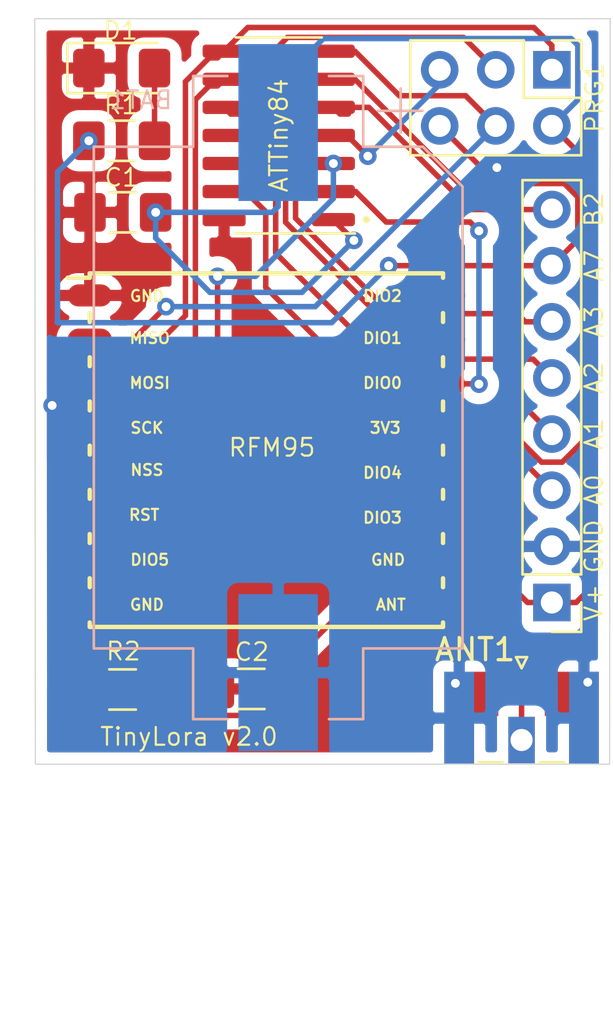
<source format=kicad_pcb>
(kicad_pcb (version 20171130) (host pcbnew 5.1.5)

  (general
    (thickness 1.6)
    (drawings 34)
    (tracks 165)
    (zones 0)
    (modules 11)
    (nets 23)
  )

  (page A4)
  (layers
    (0 F.Cu signal)
    (31 B.Cu signal)
    (32 B.Adhes user)
    (33 F.Adhes user)
    (34 B.Paste user)
    (35 F.Paste user)
    (36 B.SilkS user)
    (37 F.SilkS user)
    (38 B.Mask user)
    (39 F.Mask user)
    (40 Dwgs.User user)
    (41 Cmts.User user)
    (42 Eco1.User user)
    (43 Eco2.User user)
    (44 Edge.Cuts user)
    (45 Margin user)
    (46 B.CrtYd user)
    (47 F.CrtYd user)
    (48 B.Fab user)
    (49 F.Fab user)
  )

  (setup
    (last_trace_width 0.25)
    (trace_clearance 0.2)
    (zone_clearance 0.508)
    (zone_45_only no)
    (trace_min 0.2)
    (via_size 0.8)
    (via_drill 0.4)
    (via_min_size 0.4)
    (via_min_drill 0.3)
    (uvia_size 0.3)
    (uvia_drill 0.1)
    (uvias_allowed no)
    (uvia_min_size 0.2)
    (uvia_min_drill 0.1)
    (edge_width 0.05)
    (segment_width 0.2)
    (pcb_text_width 0.3)
    (pcb_text_size 1.5 1.5)
    (mod_edge_width 0.12)
    (mod_text_size 1 1)
    (mod_text_width 0.15)
    (pad_size 1 1)
    (pad_drill 0)
    (pad_to_mask_clearance 0.051)
    (solder_mask_min_width 0.25)
    (aux_axis_origin 0 0)
    (visible_elements FFFDFF7F)
    (pcbplotparams
      (layerselection 0x010fc_ffffffff)
      (usegerberextensions false)
      (usegerberattributes false)
      (usegerberadvancedattributes false)
      (creategerberjobfile false)
      (excludeedgelayer true)
      (linewidth 0.100000)
      (plotframeref false)
      (viasonmask false)
      (mode 1)
      (useauxorigin false)
      (hpglpennumber 1)
      (hpglpenspeed 20)
      (hpglpendiameter 15.000000)
      (psnegative false)
      (psa4output false)
      (plotreference true)
      (plotvalue true)
      (plotinvisibletext false)
      (padsonsilk false)
      (subtractmaskfromsilk false)
      (outputformat 1)
      (mirror false)
      (drillshape 0)
      (scaleselection 1)
      (outputdirectory "Gerber_V2/"))
  )

  (net 0 "")
  (net 1 GND)
  (net 2 +3V3)
  (net 3 PB2)
  (net 4 PA7)
  (net 5 PA3)
  (net 6 PA2)
  (net 7 PA1)
  (net 8 PA0)
  (net 9 MISO)
  (net 10 SCK)
  (net 11 MOSI)
  (net 12 DIO0)
  (net 13 NSS)
  (net 14 RST)
  (net 15 "Net-(D1-Pad2)")
  (net 16 "Net-(ANT1-Pad1)")
  (net 17 "Net-(RFM95-Pad16)")
  (net 18 "Net-(RFM95-Pad15)")
  (net 19 "Net-(RFM95-Pad12)")
  (net 20 "Net-(RFM95-Pad11)")
  (net 21 "Net-(RFM95-Pad7)")
  (net 22 "Net-(RFM95-Pad6)")

  (net_class Default "Dies ist die voreingestellte Netzklasse."
    (clearance 0.2)
    (trace_width 0.25)
    (via_dia 0.8)
    (via_drill 0.4)
    (uvia_dia 0.3)
    (uvia_drill 0.1)
    (add_net +3V3)
    (add_net DIO0)
    (add_net GND)
    (add_net MISO)
    (add_net MOSI)
    (add_net NSS)
    (add_net "Net-(ANT1-Pad1)")
    (add_net "Net-(D1-Pad2)")
    (add_net "Net-(RFM95-Pad11)")
    (add_net "Net-(RFM95-Pad12)")
    (add_net "Net-(RFM95-Pad15)")
    (add_net "Net-(RFM95-Pad16)")
    (add_net "Net-(RFM95-Pad6)")
    (add_net "Net-(RFM95-Pad7)")
    (add_net PA0)
    (add_net PA1)
    (add_net PA2)
    (add_net PA3)
    (add_net PA7)
    (add_net PB2)
    (add_net RST)
    (add_net SCK)
  )

  (module battery_holder:BatteryHolder_Keystone_1060_1x2032_Long_Pad (layer B.Cu) (tedit 5E2D666C) (tstamp 5D66BC43)
    (at 77.0636 62.8904 270)
    (descr http://www.keyelco.com/product-pdf.cfm?p=726)
    (tags "CR2032 BR2032 BatteryHolder Battery")
    (path /5D6F40EE)
    (attr smd)
    (fp_text reference BAT1 (at -13.462 6.223 180) (layer B.SilkS)
      (effects (font (size 0.8 0.8) (thickness 0.1)) (justify mirror))
    )
    (fp_text value Battery_Cell (at 0 11.75 270) (layer B.Fab)
      (effects (font (size 1 1) (thickness 0.15)) (justify mirror))
    )
    (fp_line (start -11.98524 -5.54736) (end -13.98524 -5.54736) (layer B.SilkS) (width 0.12))
    (fp_line (start -12.97432 -4.5278) (end -12.97432 -6.5278) (layer B.SilkS) (width 0.12))
    (fp_text user BAT (at 0 0 270) (layer B.Fab) hide
      (effects (font (size 1 1) (thickness 0.15)) (justify mirror))
    )
    (fp_line (start 11.5 8.5) (end 6.5 8.5) (layer B.CrtYd) (width 0.05))
    (fp_arc (start 0 0) (end 6.5 8.5) (angle 74.81070976) (layer B.CrtYd) (width 0.05))
    (fp_line (start 11.5 -4) (end 11.5 -8.5) (layer B.CrtYd) (width 0.05))
    (fp_line (start 14.7 -4) (end 11.5 -4) (layer B.CrtYd) (width 0.05))
    (fp_line (start 14.7 -2.3) (end 14.7 -4) (layer B.CrtYd) (width 0.05))
    (fp_line (start 16.45 -2.3) (end 14.7 -2.3) (layer B.CrtYd) (width 0.05))
    (fp_line (start 16.45 2.3) (end 16.45 -2.3) (layer B.CrtYd) (width 0.05))
    (fp_line (start 14.7 2.3) (end 16.45 2.3) (layer B.CrtYd) (width 0.05))
    (fp_line (start 14.7 4) (end 14.7 2.3) (layer B.CrtYd) (width 0.05))
    (fp_line (start 11.5 4) (end 14.7 4) (layer B.CrtYd) (width 0.05))
    (fp_line (start 11.5 8.5) (end 11.5 4) (layer B.CrtYd) (width 0.05))
    (fp_line (start -11.5 8.5) (end -6.5 8.5) (layer B.CrtYd) (width 0.05))
    (fp_line (start -11.5 4) (end -11.5 8.5) (layer B.CrtYd) (width 0.05))
    (fp_line (start -14.7 4) (end -11.5 4) (layer B.CrtYd) (width 0.05))
    (fp_line (start -14.7 2.3) (end -14.7 4) (layer B.CrtYd) (width 0.05))
    (fp_line (start -14.7 2.3) (end -16.45 2.3) (layer B.CrtYd) (width 0.05))
    (fp_line (start -16.45 -2.3) (end -16.45 2.3) (layer B.CrtYd) (width 0.05))
    (fp_line (start -14.7 -2.3) (end -16.45 -2.3) (layer B.CrtYd) (width 0.05))
    (fp_line (start -14.7 -4) (end -14.7 -2.3) (layer B.CrtYd) (width 0.05))
    (fp_line (start -14.7 -4) (end -11.5 -4) (layer B.CrtYd) (width 0.05))
    (fp_line (start -11.5 -4) (end -11.5 -8.5) (layer B.CrtYd) (width 0.05))
    (fp_line (start -6.5 -8.5) (end -11.5 -8.5) (layer B.CrtYd) (width 0.05))
    (fp_line (start 11.5 -8.5) (end 6.5 -8.5) (layer B.CrtYd) (width 0.05))
    (fp_arc (start 0 0) (end -6.5 -8.5) (angle 74.81070976) (layer B.CrtYd) (width 0.05))
    (fp_line (start 11.35 8.35) (end 11.35 3.85) (layer B.SilkS) (width 0.12))
    (fp_line (start -11.35 8.35) (end -11.35 3.85) (layer B.SilkS) (width 0.12))
    (fp_line (start -11.35 8.35) (end 11.35 8.35) (layer B.SilkS) (width 0.12))
    (fp_line (start 14.55 3.85) (end 14.55 2.3) (layer B.SilkS) (width 0.12))
    (fp_line (start 11.35 3.85) (end 14.55 3.85) (layer B.SilkS) (width 0.12))
    (fp_line (start -14.55 3.85) (end -14.55 2.3) (layer B.SilkS) (width 0.12))
    (fp_line (start -11.35 3.85) (end -14.55 3.85) (layer B.SilkS) (width 0.12))
    (fp_line (start -14.55 -3.85) (end -14.55 -2.3) (layer B.SilkS) (width 0.12))
    (fp_line (start -11.35 -3.85) (end -14.55 -3.85) (layer B.SilkS) (width 0.12))
    (fp_line (start -9.55 -8.35) (end -11.35 -6.55) (layer B.SilkS) (width 0.12))
    (fp_line (start -11.35 -6.55) (end -11.35 -3.85) (layer B.SilkS) (width 0.12))
    (fp_line (start 11.35 -8.35) (end -9.55 -8.35) (layer B.SilkS) (width 0.12))
    (fp_line (start 11.35 -8.35) (end 11.35 -3.85) (layer B.SilkS) (width 0.12))
    (fp_line (start 14.55 -3.85) (end 14.55 -2.3) (layer B.SilkS) (width 0.12))
    (fp_line (start 11.35 -3.85) (end 14.55 -3.85) (layer B.SilkS) (width 0.12))
    (fp_line (start -9.4 -8) (end -11 -6.4) (layer B.Fab) (width 0.1))
    (fp_line (start 14.2 3.5) (end 11 3.5) (layer B.Fab) (width 0.1))
    (fp_line (start 14.2 -3.5) (end 14.2 3.5) (layer B.Fab) (width 0.1))
    (fp_line (start 11 -3.5) (end 14.2 -3.5) (layer B.Fab) (width 0.1))
    (fp_line (start -14.2 3.5) (end -11 3.5) (layer B.Fab) (width 0.1))
    (fp_line (start -14.2 -3.5) (end -14.2 3.5) (layer B.Fab) (width 0.1))
    (fp_line (start -11 -3.5) (end -14.2 -3.5) (layer B.Fab) (width 0.1))
    (fp_line (start -11 -6.4) (end -11 -3.5) (layer B.Fab) (width 0.1))
    (fp_line (start -11 8) (end -11 3.5) (layer B.Fab) (width 0.1))
    (fp_line (start 11 8) (end 11 3.5) (layer B.Fab) (width 0.1))
    (fp_line (start 11 -8) (end 11 -3.5) (layer B.Fab) (width 0.1))
    (fp_line (start 11 8) (end -11 8) (layer B.Fab) (width 0.1))
    (fp_line (start 11 -8) (end -9.4 -8) (layer B.Fab) (width 0.1))
    (fp_circle (center 0 0) (end -10.2 0) (layer Dwgs.User) (width 0.3))
    (pad 1 smd rect (at -12.446 0 90) (size 7.1 3.6) (layers B.Cu B.Paste B.Mask)
      (net 2 +3V3))
    (pad 2 smd rect (at 12.446 0 90) (size 7.1 3.6) (layers B.Cu B.Paste B.Mask)
      (net 1 GND))
    (model ${KISYS3DMOD}/Battery.3dshapes/BatteryHolder_Keystone_1060_1x2032.wrl
      (at (xyz 0 0 0))
      (scale (xyz 1 1 1))
      (rotate (xyz 0 0 0))
    )
  )

  (module SMA_Multi:SMA_Edge_UFL_Combo (layer F.Cu) (tedit 5E2D6BC9) (tstamp 5E2A9007)
    (at 88.0872 77.3938)
    (descr "Connector SMA, 0Hz to 20GHz, 50Ohm, Edge Mount (http://suddendocs.samtec.com/prints/sma-j-p-x-st-em1-mkt.pdf)")
    (tags "SMA Straight Samtec Edge Mount")
    (path /5D699DFD)
    (attr smd)
    (fp_text reference ANT1 (at -2.1082 -3.0988 180) (layer F.SilkS)
      (effects (font (size 1 1) (thickness 0.15)))
    )
    (fp_text value Antenna (at 0 13) (layer F.Fab)
      (effects (font (size 1 1) (thickness 0.15)))
    )
    (fp_line (start 0.84 2) (end 1.95 2) (layer F.SilkS) (width 0.12))
    (fp_line (start -1.95 2) (end -0.84 2) (layer F.SilkS) (width 0.12))
    (fp_line (start 3.68 2.6) (end 3.68 12.12) (layer B.CrtYd) (width 0.05))
    (fp_line (start 4 2.6) (end 3.68 2.6) (layer B.CrtYd) (width 0.05))
    (fp_line (start -3.68 12.12) (end -3.68 2.6) (layer B.CrtYd) (width 0.05))
    (fp_line (start -3.68 2.6) (end -4 2.6) (layer B.CrtYd) (width 0.05))
    (fp_line (start 3.68 2.6) (end 3.68 12.12) (layer F.CrtYd) (width 0.05))
    (fp_line (start 3.68 2.6) (end 4 2.6) (layer F.CrtYd) (width 0.05))
    (fp_line (start -3.68 12.12) (end -3.68 2.6) (layer F.CrtYd) (width 0.05))
    (fp_line (start -3.68 2.6) (end -4 2.6) (layer F.CrtYd) (width 0.05))
    (fp_text user "PCB Edge" (at 0 2.6) (layer Dwgs.User)
      (effects (font (size 0.5 0.5) (thickness 0.1)))
    )
    (fp_line (start 4.1 2.1) (end -4.1 2.1) (layer Dwgs.User) (width 0.1))
    (fp_line (start -3.175 -1.71) (end -3.175 11.62) (layer F.Fab) (width 0.1))
    (fp_line (start -2.365 -1.71) (end -3.175 -1.71) (layer F.Fab) (width 0.1))
    (fp_line (start -2.365 2.1) (end -2.365 -1.71) (layer F.Fab) (width 0.1))
    (fp_line (start 2.365 2.1) (end -2.365 2.1) (layer F.Fab) (width 0.1))
    (fp_line (start 2.365 -1.71) (end 2.365 2.1) (layer F.Fab) (width 0.1))
    (fp_line (start 3.175 -1.71) (end 2.365 -1.71) (layer F.Fab) (width 0.1))
    (fp_line (start 3.175 -1.71) (end 3.175 11.62) (layer F.Fab) (width 0.1))
    (fp_line (start 3.165 11.62) (end -3.165 11.62) (layer F.Fab) (width 0.1))
    (fp_line (start -4 -2.6) (end 4 -2.6) (layer B.CrtYd) (width 0.05))
    (fp_line (start -4 2.6) (end -4 -2.6) (layer B.CrtYd) (width 0.05))
    (fp_line (start 3.68 12.12) (end -3.68 12.12) (layer B.CrtYd) (width 0.05))
    (fp_line (start 4 2.6) (end 4 -2.6) (layer B.CrtYd) (width 0.05))
    (fp_line (start -4 -2.6) (end 4 -2.6) (layer F.CrtYd) (width 0.05))
    (fp_line (start -4 2.6) (end -4 -2.6) (layer F.CrtYd) (width 0.05))
    (fp_line (start 3.68 12.12) (end -3.68 12.12) (layer F.CrtYd) (width 0.05))
    (fp_line (start 4 2.6) (end 4 -2.6) (layer F.CrtYd) (width 0.05))
    (fp_text user %R (at 0 4.79 180) (layer F.Fab) hide
      (effects (font (size 1 1) (thickness 0.15)))
    )
    (fp_line (start 0.64 2.1) (end 0 3.1) (layer F.Fab) (width 0.1))
    (fp_line (start 0 3.1) (end -0.64 2.1) (layer F.Fab) (width 0.1))
    (fp_line (start 0 -2.26) (end 0.25 -2.76) (layer F.SilkS) (width 0.12))
    (fp_line (start 0.25 -2.76) (end -0.25 -2.76) (layer F.SilkS) (width 0.12))
    (fp_line (start -0.25 -2.76) (end 0 -2.26) (layer F.SilkS) (width 0.12))
    (pad 1 thru_hole rect (at 0 0.9906) (size 1.2 2.1) (drill 1) (layers *.Cu *.Mask)
      (net 16 "Net-(ANT1-Pad1)"))
    (pad 2 smd rect (at 2.825 0) (size 1.35 4.2) (layers B.Cu B.Paste B.Mask)
      (net 1 GND))
    (pad 2 smd rect (at -2.825 0) (size 1.35 4.2) (layers B.Cu B.Paste B.Mask)
      (net 1 GND))
    (pad 2 smd custom (at 1.5494 -1.6002) (size 1 1) (layers F.Cu F.Paste F.Mask)
      (net 1 GND) (zone_connect 0)
      (options (clearance outline) (anchor rect))
      (primitives
        (gr_poly (pts
           (xy -0.5 -0.5) (xy 1.95 -0.5) (xy 1.95 3.7) (xy 0.6 3.7) (xy 0.6 1.5)
           (xy -0.5 1.5)) (width 0))
      ))
    (pad 2 smd custom (at -3.00228 -1.6002) (size 1 1) (layers F.Cu F.Paste F.Mask)
      (net 1 GND) (zone_connect 0)
      (options (clearance outline) (anchor rect))
      (primitives
        (gr_poly (pts
           (xy -0.5 -0.5) (xy 1.95 -0.5) (xy 1.95 1.5) (xy 0.85 1.5) (xy 0.85 3.7)
           (xy -0.5 3.7)) (width 0))
      ))
    (model ${KISYS3DMOD}/Connector_Coaxial.3dshapes/SMA_Samtec_SMA-J-P-X-ST-EM1_EdgeMount.wrl
      (at (xyz 0 0 0))
      (scale (xyz 1 1 1))
      (rotate (xyz 0 0 0))
    )
  )

  (module Resistor_SMD:R_1206_3216Metric_Pad1.42x1.75mm_HandSolder (layer F.Cu) (tedit 5B301BBD) (tstamp 5E2A47A1)
    (at 70.0167 76.0984)
    (descr "Resistor SMD 1206 (3216 Metric), square (rectangular) end terminal, IPC_7351 nominal with elongated pad for handsoldering. (Body size source: http://www.tortai-tech.com/upload/download/2011102023233369053.pdf), generated with kicad-footprint-generator")
    (tags "resistor handsolder")
    (path /5E0CABAF)
    (attr smd)
    (fp_text reference R2 (at 0.0365 -1.7272 180) (layer F.SilkS)
      (effects (font (size 0.8 0.8) (thickness 0.1)))
    )
    (fp_text value 47K (at 0 1.82) (layer F.Fab)
      (effects (font (size 1 1) (thickness 0.15)))
    )
    (fp_text user %R (at 0 0) (layer F.Fab)
      (effects (font (size 0.8 0.8) (thickness 0.12)))
    )
    (fp_line (start 2.45 1.12) (end -2.45 1.12) (layer F.CrtYd) (width 0.05))
    (fp_line (start 2.45 -1.12) (end 2.45 1.12) (layer F.CrtYd) (width 0.05))
    (fp_line (start -2.45 -1.12) (end 2.45 -1.12) (layer F.CrtYd) (width 0.05))
    (fp_line (start -2.45 1.12) (end -2.45 -1.12) (layer F.CrtYd) (width 0.05))
    (fp_line (start -0.602064 0.91) (end 0.602064 0.91) (layer F.SilkS) (width 0.12))
    (fp_line (start -0.602064 -0.91) (end 0.602064 -0.91) (layer F.SilkS) (width 0.12))
    (fp_line (start 1.6 0.8) (end -1.6 0.8) (layer F.Fab) (width 0.1))
    (fp_line (start 1.6 -0.8) (end 1.6 0.8) (layer F.Fab) (width 0.1))
    (fp_line (start -1.6 -0.8) (end 1.6 -0.8) (layer F.Fab) (width 0.1))
    (fp_line (start -1.6 0.8) (end -1.6 -0.8) (layer F.Fab) (width 0.1))
    (pad 2 smd roundrect (at 1.4875 0) (size 1.425 1.75) (layers F.Cu F.Paste F.Mask) (roundrect_rratio 0.175439)
      (net 2 +3V3))
    (pad 1 smd roundrect (at -1.4875 0) (size 1.425 1.75) (layers F.Cu F.Paste F.Mask) (roundrect_rratio 0.175439)
      (net 13 NSS))
    (model ${KISYS3DMOD}/Resistor_SMD.3dshapes/R_1206_3216Metric.wrl
      (at (xyz 0 0 0))
      (scale (xyz 1 1 1))
      (rotate (xyz 0 0 0))
    )
  )

  (module Capacitor_SMD:C_1206_3216Metric_Pad1.42x1.75mm_HandSolder (layer F.Cu) (tedit 5B301BBE) (tstamp 5D693C4D)
    (at 75.8444 76.073 180)
    (descr "Capacitor SMD 1206 (3216 Metric), square (rectangular) end terminal, IPC_7351 nominal with elongated pad for handsoldering. (Body size source: http://www.tortai-tech.com/upload/download/2011102023233369053.pdf), generated with kicad-footprint-generator")
    (tags "capacitor handsolder")
    (path /5D694E97)
    (attr smd)
    (fp_text reference C2 (at -0.0254 1.6764) (layer F.SilkS)
      (effects (font (size 0.8 0.8) (thickness 0.1)))
    )
    (fp_text value 100n (at 0 1.82) (layer F.Fab)
      (effects (font (size 1 1) (thickness 0.15)))
    )
    (fp_text user %R (at 0 0) (layer F.Fab)
      (effects (font (size 0.8 0.8) (thickness 0.12)))
    )
    (fp_line (start 2.45 1.12) (end -2.45 1.12) (layer F.CrtYd) (width 0.05))
    (fp_line (start 2.45 -1.12) (end 2.45 1.12) (layer F.CrtYd) (width 0.05))
    (fp_line (start -2.45 -1.12) (end 2.45 -1.12) (layer F.CrtYd) (width 0.05))
    (fp_line (start -2.45 1.12) (end -2.45 -1.12) (layer F.CrtYd) (width 0.05))
    (fp_line (start -0.602064 0.91) (end 0.602064 0.91) (layer F.SilkS) (width 0.12))
    (fp_line (start -0.602064 -0.91) (end 0.602064 -0.91) (layer F.SilkS) (width 0.12))
    (fp_line (start 1.6 0.8) (end -1.6 0.8) (layer F.Fab) (width 0.1))
    (fp_line (start 1.6 -0.8) (end 1.6 0.8) (layer F.Fab) (width 0.1))
    (fp_line (start -1.6 -0.8) (end 1.6 -0.8) (layer F.Fab) (width 0.1))
    (fp_line (start -1.6 0.8) (end -1.6 -0.8) (layer F.Fab) (width 0.1))
    (pad 2 smd roundrect (at 1.4875 0 180) (size 1.425 1.75) (layers F.Cu F.Paste F.Mask) (roundrect_rratio 0.175439)
      (net 1 GND))
    (pad 1 smd roundrect (at -1.4875 0 180) (size 1.425 1.75) (layers F.Cu F.Paste F.Mask) (roundrect_rratio 0.175439)
      (net 2 +3V3))
    (model ${KISYS3DMOD}/Capacitor_SMD.3dshapes/C_1206_3216Metric.wrl
      (at (xyz 0 0 0))
      (scale (xyz 1 1 1))
      (rotate (xyz 0 0 0))
    )
  )

  (module Capacitor_SMD:C_1206_3216Metric_Pad1.42x1.75mm_HandSolder (layer F.Cu) (tedit 5B301BBE) (tstamp 5D694D27)
    (at 70.0278 54.5084 180)
    (descr "Capacitor SMD 1206 (3216 Metric), square (rectangular) end terminal, IPC_7351 nominal with elongated pad for handsoldering. (Body size source: http://www.tortai-tech.com/upload/download/2011102023233369053.pdf), generated with kicad-footprint-generator")
    (tags "capacitor handsolder")
    (path /5D696543)
    (attr smd)
    (fp_text reference C1 (at 0.0508 1.5748) (layer F.SilkS)
      (effects (font (size 0.8 0.8) (thickness 0.1)))
    )
    (fp_text value 100n (at 0 1.82) (layer F.Fab)
      (effects (font (size 1 1) (thickness 0.15)))
    )
    (fp_text user %R (at -0.127 0) (layer F.Fab) hide
      (effects (font (size 0.8 0.8) (thickness 0.12)))
    )
    (fp_line (start 2.45 1.12) (end -2.45 1.12) (layer F.CrtYd) (width 0.05))
    (fp_line (start 2.45 -1.12) (end 2.45 1.12) (layer F.CrtYd) (width 0.05))
    (fp_line (start -2.45 -1.12) (end 2.45 -1.12) (layer F.CrtYd) (width 0.05))
    (fp_line (start -2.45 1.12) (end -2.45 -1.12) (layer F.CrtYd) (width 0.05))
    (fp_line (start -0.602064 0.91) (end 0.602064 0.91) (layer F.SilkS) (width 0.12))
    (fp_line (start -0.602064 -0.91) (end 0.602064 -0.91) (layer F.SilkS) (width 0.12))
    (fp_line (start 1.6 0.8) (end -1.6 0.8) (layer F.Fab) (width 0.1))
    (fp_line (start 1.6 -0.8) (end 1.6 0.8) (layer F.Fab) (width 0.1))
    (fp_line (start -1.6 -0.8) (end 1.6 -0.8) (layer F.Fab) (width 0.1))
    (fp_line (start -1.6 0.8) (end -1.6 -0.8) (layer F.Fab) (width 0.1))
    (pad 2 smd roundrect (at 1.4875 0 180) (size 1.425 1.75) (layers F.Cu F.Paste F.Mask) (roundrect_rratio 0.175439)
      (net 1 GND))
    (pad 1 smd roundrect (at -1.4875 0 180) (size 1.425 1.75) (layers F.Cu F.Paste F.Mask) (roundrect_rratio 0.175439)
      (net 2 +3V3))
    (model ${KISYS3DMOD}/Capacitor_SMD.3dshapes/C_1206_3216Metric.wrl
      (at (xyz 0 0 0))
      (scale (xyz 1 1 1))
      (rotate (xyz 0 0 0))
    )
  )

  (module Connector_PinHeader_2.54mm:PinHeader_2x03_P2.54mm_Vertical (layer F.Cu) (tedit 59FED5CC) (tstamp 5E2A4CBB)
    (at 89.4588 48.0568 270)
    (descr "Through hole straight pin header, 2x03, 2.54mm pitch, double rows")
    (tags "Through hole pin header THT 2x03 2.54mm double row")
    (path /5D69C5BF)
    (fp_text reference PRG1 (at 1.27 -1.9304 90) (layer F.SilkS)
      (effects (font (size 0.8 0.8) (thickness 0.1)))
    )
    (fp_text value PRG (at 1.27 7.41 90) (layer F.Fab)
      (effects (font (size 1 1) (thickness 0.15)))
    )
    (fp_text user %R (at 1.27 2.54 270) (layer F.Fab) hide
      (effects (font (size 1 1) (thickness 0.15)))
    )
    (fp_line (start 4.35 -1.8) (end -1.8 -1.8) (layer F.CrtYd) (width 0.05))
    (fp_line (start 4.35 6.85) (end 4.35 -1.8) (layer F.CrtYd) (width 0.05))
    (fp_line (start -1.8 6.85) (end 4.35 6.85) (layer F.CrtYd) (width 0.05))
    (fp_line (start -1.8 -1.8) (end -1.8 6.85) (layer F.CrtYd) (width 0.05))
    (fp_line (start -1.33 -1.33) (end 0 -1.33) (layer F.SilkS) (width 0.12))
    (fp_line (start -1.33 0) (end -1.33 -1.33) (layer F.SilkS) (width 0.12))
    (fp_line (start 1.27 -1.33) (end 3.87 -1.33) (layer F.SilkS) (width 0.12))
    (fp_line (start 1.27 1.27) (end 1.27 -1.33) (layer F.SilkS) (width 0.12))
    (fp_line (start -1.33 1.27) (end 1.27 1.27) (layer F.SilkS) (width 0.12))
    (fp_line (start 3.87 -1.33) (end 3.87 6.41) (layer F.SilkS) (width 0.12))
    (fp_line (start -1.33 1.27) (end -1.33 6.41) (layer F.SilkS) (width 0.12))
    (fp_line (start -1.33 6.41) (end 3.87 6.41) (layer F.SilkS) (width 0.12))
    (fp_line (start -1.27 0) (end 0 -1.27) (layer F.Fab) (width 0.1))
    (fp_line (start -1.27 6.35) (end -1.27 0) (layer F.Fab) (width 0.1))
    (fp_line (start 3.81 6.35) (end -1.27 6.35) (layer F.Fab) (width 0.1))
    (fp_line (start 3.81 -1.27) (end 3.81 6.35) (layer F.Fab) (width 0.1))
    (fp_line (start 0 -1.27) (end 3.81 -1.27) (layer F.Fab) (width 0.1))
    (pad 6 thru_hole oval (at 2.54 5.08 270) (size 1.7 1.7) (drill 1) (layers *.Cu *.Mask)
      (net 1 GND))
    (pad 5 thru_hole oval (at 0 5.08 270) (size 1.7 1.7) (drill 1) (layers *.Cu *.Mask)
      (net 14 RST))
    (pad 4 thru_hole oval (at 2.54 2.54 270) (size 1.7 1.7) (drill 1) (layers *.Cu *.Mask)
      (net 11 MOSI))
    (pad 3 thru_hole oval (at 0 2.54 270) (size 1.7 1.7) (drill 1) (layers *.Cu *.Mask)
      (net 10 SCK))
    (pad 2 thru_hole oval (at 2.54 0 270) (size 1.7 1.7) (drill 1) (layers *.Cu *.Mask)
      (net 2 +3V3))
    (pad 1 thru_hole rect (at 0 0 270) (size 1.7 1.7) (drill 1) (layers *.Cu *.Mask)
      (net 9 MISO))
    (model ${KISYS3DMOD}/Connector_PinHeader_2.54mm.3dshapes/PinHeader_2x03_P2.54mm_Vertical.wrl
      (at (xyz 0 0 0))
      (scale (xyz 1 1 1))
      (rotate (xyz 0 0 0))
    )
  )

  (module Connector_PinHeader_2.54mm:PinHeader_1x08_P2.54mm_Vertical (layer F.Cu) (tedit 59FED5CC) (tstamp 5E2A8742)
    (at 89.4588 72.1614 180)
    (descr "Through hole straight pin header, 1x08, 2.54mm pitch, single row")
    (tags "Through hole pin header THT 1x08 2.54mm single row")
    (path /5D68DC89)
    (fp_text reference J1 (at 1.8923 -0.0381 90) (layer F.SilkS) hide
      (effects (font (size 0.8 0.8) (thickness 0.1)))
    )
    (fp_text value J1 (at 0 20.11) (layer F.Fab) hide
      (effects (font (size 1 1) (thickness 0.15)))
    )
    (fp_text user %R (at 0 8.89 90) (layer F.Fab) hide
      (effects (font (size 1 1) (thickness 0.15)))
    )
    (fp_line (start 1.8 -1.8) (end -1.8 -1.8) (layer F.CrtYd) (width 0.05))
    (fp_line (start 1.8 19.55) (end 1.8 -1.8) (layer F.CrtYd) (width 0.05))
    (fp_line (start -1.8 19.55) (end 1.8 19.55) (layer F.CrtYd) (width 0.05))
    (fp_line (start -1.8 -1.8) (end -1.8 19.55) (layer F.CrtYd) (width 0.05))
    (fp_line (start -1.33 -1.33) (end 0 -1.33) (layer F.SilkS) (width 0.12))
    (fp_line (start -1.33 0) (end -1.33 -1.33) (layer F.SilkS) (width 0.12))
    (fp_line (start -1.33 1.27) (end 1.33 1.27) (layer F.SilkS) (width 0.12))
    (fp_line (start 1.33 1.27) (end 1.33 19.11) (layer F.SilkS) (width 0.12))
    (fp_line (start -1.33 1.27) (end -1.33 19.11) (layer F.SilkS) (width 0.12))
    (fp_line (start -1.33 19.11) (end 1.33 19.11) (layer F.SilkS) (width 0.12))
    (fp_line (start -1.27 -0.635) (end -0.635 -1.27) (layer F.Fab) (width 0.1))
    (fp_line (start -1.27 19.05) (end -1.27 -0.635) (layer F.Fab) (width 0.1))
    (fp_line (start 1.27 19.05) (end -1.27 19.05) (layer F.Fab) (width 0.1))
    (fp_line (start 1.27 -1.27) (end 1.27 19.05) (layer F.Fab) (width 0.1))
    (fp_line (start -0.635 -1.27) (end 1.27 -1.27) (layer F.Fab) (width 0.1))
    (pad 8 thru_hole oval (at 0 17.78 180) (size 1.7 1.7) (drill 1) (layers *.Cu *.Mask)
      (net 3 PB2))
    (pad 7 thru_hole oval (at 0 15.24 180) (size 1.7 1.7) (drill 1) (layers *.Cu *.Mask)
      (net 4 PA7))
    (pad 6 thru_hole oval (at 0 12.7 180) (size 1.7 1.7) (drill 1) (layers *.Cu *.Mask)
      (net 5 PA3))
    (pad 5 thru_hole oval (at 0 10.16 180) (size 1.7 1.7) (drill 1) (layers *.Cu *.Mask)
      (net 6 PA2))
    (pad 4 thru_hole oval (at 0 7.62 180) (size 1.7 1.7) (drill 1) (layers *.Cu *.Mask)
      (net 7 PA1))
    (pad 3 thru_hole oval (at 0 5.08 180) (size 1.7 1.7) (drill 1) (layers *.Cu *.Mask)
      (net 8 PA0))
    (pad 2 thru_hole oval (at 0 2.54 180) (size 1.7 1.7) (drill 1) (layers *.Cu *.Mask)
      (net 1 GND))
    (pad 1 thru_hole rect (at 0 0 180) (size 1.7 1.7) (drill 1) (layers *.Cu *.Mask)
      (net 2 +3V3))
    (model ${KISYS3DMOD}/Connector_PinHeader_2.54mm.3dshapes/PinHeader_1x08_P2.54mm_Vertical.wrl
      (at (xyz 0 0 0))
      (scale (xyz 1 1 1))
      (rotate (xyz 0 0 0))
    )
  )

  (module Resistor_SMD:R_1206_3216Metric_Pad1.42x1.75mm_HandSolder (layer F.Cu) (tedit 5B301BBD) (tstamp 5D68359C)
    (at 69.977 51.2699 180)
    (descr "Resistor SMD 1206 (3216 Metric), square (rectangular) end terminal, IPC_7351 nominal with elongated pad for handsoldering. (Body size source: http://www.tortai-tech.com/upload/download/2011102023233369053.pdf), generated with kicad-footprint-generator")
    (tags "resistor handsolder")
    (path /5D6827F4)
    (attr smd)
    (fp_text reference R1 (at 0.0254 1.6129 180) (layer F.SilkS)
      (effects (font (size 0.8 0.8) (thickness 0.1)))
    )
    (fp_text value 100 (at 0 1.82) (layer F.Fab)
      (effects (font (size 1 1) (thickness 0.15)))
    )
    (fp_text user %R (at 0 0) (layer F.Fab) hide
      (effects (font (size 0.8 0.8) (thickness 0.12)))
    )
    (fp_line (start 2.45 1.12) (end -2.45 1.12) (layer F.CrtYd) (width 0.05))
    (fp_line (start 2.45 -1.12) (end 2.45 1.12) (layer F.CrtYd) (width 0.05))
    (fp_line (start -2.45 -1.12) (end 2.45 -1.12) (layer F.CrtYd) (width 0.05))
    (fp_line (start -2.45 1.12) (end -2.45 -1.12) (layer F.CrtYd) (width 0.05))
    (fp_line (start -0.602064 0.91) (end 0.602064 0.91) (layer F.SilkS) (width 0.12))
    (fp_line (start -0.602064 -0.91) (end 0.602064 -0.91) (layer F.SilkS) (width 0.12))
    (fp_line (start 1.6 0.8) (end -1.6 0.8) (layer F.Fab) (width 0.1))
    (fp_line (start 1.6 -0.8) (end 1.6 0.8) (layer F.Fab) (width 0.1))
    (fp_line (start -1.6 -0.8) (end 1.6 -0.8) (layer F.Fab) (width 0.1))
    (fp_line (start -1.6 0.8) (end -1.6 -0.8) (layer F.Fab) (width 0.1))
    (pad 2 smd roundrect (at 1.4875 0 180) (size 1.425 1.75) (layers F.Cu F.Paste F.Mask) (roundrect_rratio 0.175439)
      (net 4 PA7))
    (pad 1 smd roundrect (at -1.4875 0 180) (size 1.425 1.75) (layers F.Cu F.Paste F.Mask) (roundrect_rratio 0.175439)
      (net 15 "Net-(D1-Pad2)"))
    (model ${KISYS3DMOD}/Resistor_SMD.3dshapes/R_1206_3216Metric.wrl
      (at (xyz 0 0 0))
      (scale (xyz 1 1 1))
      (rotate (xyz 0 0 0))
    )
  )

  (module LED_SMD:LED_1206_3216Metric_Pad1.42x1.75mm_HandSolder (layer F.Cu) (tedit 5B4B45C9) (tstamp 5D68353A)
    (at 69.977 47.9806)
    (descr "LED SMD 1206 (3216 Metric), square (rectangular) end terminal, IPC_7351 nominal, (Body size source: http://www.tortai-tech.com/upload/download/2011102023233369053.pdf), generated with kicad-footprint-generator")
    (tags "LED handsolder")
    (path /5D67F14D)
    (attr smd)
    (fp_text reference D1 (at -0.0508 -1.7018) (layer F.SilkS)
      (effects (font (size 0.8 0.8) (thickness 0.1)))
    )
    (fp_text value LED (at 0 1.82) (layer F.Fab)
      (effects (font (size 1 1) (thickness 0.15)))
    )
    (fp_text user %R (at 0.127 0) (layer F.Fab) hide
      (effects (font (size 0.8 0.8) (thickness 0.12)))
    )
    (fp_line (start 2.45 1.12) (end -2.45 1.12) (layer F.CrtYd) (width 0.05))
    (fp_line (start 2.45 -1.12) (end 2.45 1.12) (layer F.CrtYd) (width 0.05))
    (fp_line (start -2.45 -1.12) (end 2.45 -1.12) (layer F.CrtYd) (width 0.05))
    (fp_line (start -2.45 1.12) (end -2.45 -1.12) (layer F.CrtYd) (width 0.05))
    (fp_line (start -2.46 1.135) (end 1.6 1.135) (layer F.SilkS) (width 0.12))
    (fp_line (start -2.46 -1.135) (end -2.46 1.135) (layer F.SilkS) (width 0.12))
    (fp_line (start 1.6 -1.135) (end -2.46 -1.135) (layer F.SilkS) (width 0.12))
    (fp_line (start 1.6 0.8) (end 1.6 -0.8) (layer F.Fab) (width 0.1))
    (fp_line (start -1.6 0.8) (end 1.6 0.8) (layer F.Fab) (width 0.1))
    (fp_line (start -1.6 -0.4) (end -1.6 0.8) (layer F.Fab) (width 0.1))
    (fp_line (start -1.2 -0.8) (end -1.6 -0.4) (layer F.Fab) (width 0.1))
    (fp_line (start 1.6 -0.8) (end -1.2 -0.8) (layer F.Fab) (width 0.1))
    (pad 2 smd roundrect (at 1.4875 0) (size 1.425 1.75) (layers F.Cu F.Paste F.Mask) (roundrect_rratio 0.175439)
      (net 15 "Net-(D1-Pad2)"))
    (pad 1 smd roundrect (at -1.4875 0) (size 1.425 1.75) (layers F.Cu F.Paste F.Mask) (roundrect_rratio 0.175439)
      (net 1 GND))
    (model ${KISYS3DMOD}/LED_SMD.3dshapes/LED_1206_3216Metric.wrl
      (at (xyz 0 0 0))
      (scale (xyz 1 1 1))
      (rotate (xyz 0 0 0))
    )
  )

  (module Package_SO:SOIC-14_3.9x8.7mm_P1.27mm (layer F.Cu) (tedit 5C97300E) (tstamp 5D668B1A)
    (at 77.089 51.0286 180)
    (descr "SOIC, 14 Pin (JEDEC MS-012AB, https://www.analog.com/media/en/package-pcb-resources/package/pkg_pdf/soic_narrow-r/r_14.pdf), generated with kicad-footprint-generator ipc_gullwing_generator.py")
    (tags "SOIC SO")
    (path /5D66342E)
    (attr smd)
    (fp_text reference ATTiny84 (at 0 0 270) (layer F.SilkS)
      (effects (font (size 0.8 0.8) (thickness 0.1)))
    )
    (fp_text value ATtiny84A-SSU (at 0 5.28) (layer F.Fab)
      (effects (font (size 1 1) (thickness 0.15)))
    )
    (fp_text user %R (at 0 0) (layer F.Fab) hide
      (effects (font (size 0.98 0.98) (thickness 0.15)))
    )
    (fp_line (start 3.7 -4.58) (end -3.7 -4.58) (layer F.CrtYd) (width 0.05))
    (fp_line (start 3.7 4.58) (end 3.7 -4.58) (layer F.CrtYd) (width 0.05))
    (fp_line (start -3.7 4.58) (end 3.7 4.58) (layer F.CrtYd) (width 0.05))
    (fp_line (start -3.7 -4.58) (end -3.7 4.58) (layer F.CrtYd) (width 0.05))
    (fp_line (start -1.95 -3.35) (end -0.975 -4.325) (layer F.Fab) (width 0.1))
    (fp_line (start -1.95 4.325) (end -1.95 -3.35) (layer F.Fab) (width 0.1))
    (fp_line (start 1.95 4.325) (end -1.95 4.325) (layer F.Fab) (width 0.1))
    (fp_line (start 1.95 -4.325) (end 1.95 4.325) (layer F.Fab) (width 0.1))
    (fp_line (start -0.975 -4.325) (end 1.95 -4.325) (layer F.Fab) (width 0.1))
    (fp_line (start 0 -4.435) (end -3.45 -4.435) (layer F.SilkS) (width 0.12))
    (fp_line (start 0 -4.435) (end 1.95 -4.435) (layer F.SilkS) (width 0.12))
    (fp_line (start 0 4.435) (end -1.95 4.435) (layer F.SilkS) (width 0.12))
    (fp_line (start 0 4.435) (end 1.95 4.435) (layer F.SilkS) (width 0.12))
    (pad 14 smd roundrect (at 2.475 -3.81 180) (size 1.95 0.6) (layers F.Cu F.Paste F.Mask) (roundrect_rratio 0.25)
      (net 1 GND))
    (pad 13 smd roundrect (at 2.475 -2.54 180) (size 1.95 0.6) (layers F.Cu F.Paste F.Mask) (roundrect_rratio 0.25)
      (net 8 PA0))
    (pad 12 smd roundrect (at 2.475 -1.27 180) (size 1.95 0.6) (layers F.Cu F.Paste F.Mask) (roundrect_rratio 0.25)
      (net 7 PA1))
    (pad 11 smd roundrect (at 2.475 0 180) (size 1.95 0.6) (layers F.Cu F.Paste F.Mask) (roundrect_rratio 0.25)
      (net 6 PA2))
    (pad 10 smd roundrect (at 2.475 1.27 180) (size 1.95 0.6) (layers F.Cu F.Paste F.Mask) (roundrect_rratio 0.25)
      (net 5 PA3))
    (pad 9 smd roundrect (at 2.475 2.54 180) (size 1.95 0.6) (layers F.Cu F.Paste F.Mask) (roundrect_rratio 0.25)
      (net 10 SCK))
    (pad 8 smd roundrect (at 2.475 3.81 180) (size 1.95 0.6) (layers F.Cu F.Paste F.Mask) (roundrect_rratio 0.25)
      (net 9 MISO))
    (pad 7 smd roundrect (at -2.475 3.81 180) (size 1.95 0.6) (layers F.Cu F.Paste F.Mask) (roundrect_rratio 0.25)
      (net 11 MOSI))
    (pad 6 smd roundrect (at -2.475 2.54 180) (size 1.95 0.6) (layers F.Cu F.Paste F.Mask) (roundrect_rratio 0.25)
      (net 4 PA7))
    (pad 5 smd roundrect (at -2.475 1.27 180) (size 1.95 0.6) (layers F.Cu F.Paste F.Mask) (roundrect_rratio 0.25)
      (net 3 PB2))
    (pad 4 smd roundrect (at -2.475 0 180) (size 1.95 0.6) (layers F.Cu F.Paste F.Mask) (roundrect_rratio 0.25)
      (net 14 RST))
    (pad 3 smd roundrect (at -2.475 -1.27 180) (size 1.95 0.6) (layers F.Cu F.Paste F.Mask) (roundrect_rratio 0.25)
      (net 13 NSS))
    (pad 2 smd roundrect (at -2.475 -2.54 180) (size 1.95 0.6) (layers F.Cu F.Paste F.Mask) (roundrect_rratio 0.25)
      (net 12 DIO0))
    (pad 1 smd roundrect (at -2.475 -3.81 180) (size 1.95 0.6) (layers F.Cu F.Paste F.Mask) (roundrect_rratio 0.25)
      (net 2 +3V3))
    (model ${KISYS3DMOD}/Package_SO.3dshapes/SOIC-14_3.9x8.7mm_P1.27mm.wrl
      (at (xyz 0 0 0))
      (scale (xyz 1 1 1))
      (rotate (xyz 0 0 0))
    )
  )

  (module RFM:RFM95 (layer F.Cu) (tedit 585E5D4C) (tstamp 5D66B997)
    (at 68.5292 58.2676)
    (path /5D664943)
    (fp_text reference RFM95 (at 8.255 6.8834) (layer F.SilkS)
      (effects (font (size 0.8 0.8) (thickness 0.1)))
    )
    (fp_text value RFM95W-868S2 (at 7.62 7.62) (layer F.Fab)
      (effects (font (size 1 1) (thickness 0.15)))
    )
    (fp_line (start 0 -1) (end 16 -1) (layer F.SilkS) (width 0.2))
    (fp_line (start 0 10.8) (end 0 11.2) (layer F.SilkS) (width 0.2))
    (fp_line (start 0 8.8) (end 0 9.2) (layer F.SilkS) (width 0.2))
    (fp_line (start 0 6.8) (end 0 7.2) (layer F.SilkS) (width 0.2))
    (fp_line (start 0 4.8) (end 0 5.2) (layer F.SilkS) (width 0.2))
    (fp_line (start 0 3.2) (end 0 2.8) (layer F.SilkS) (width 0.2))
    (fp_line (start 0 1.2) (end 0 0.8) (layer F.SilkS) (width 0.2))
    (fp_line (start -1 -0.8) (end 0 -0.8) (layer F.SilkS) (width 0.2))
    (fp_line (start 0 -0.8) (end 0 -1) (layer F.SilkS) (width 0.2))
    (fp_line (start 0 12.8) (end 0 13.2) (layer F.SilkS) (width 0.2))
    (fp_line (start 16 -1) (end 16 -0.8) (layer F.SilkS) (width 0.2))
    (fp_line (start 16 0.8) (end 16 1.2) (layer F.SilkS) (width 0.2))
    (fp_line (start 16 2.8) (end 16 3.2) (layer F.SilkS) (width 0.2))
    (fp_line (start 16 4.8) (end 16 5.2) (layer F.SilkS) (width 0.2))
    (fp_line (start 16 6.8) (end 16 7.2) (layer F.SilkS) (width 0.2))
    (fp_line (start 16 8.8) (end 16 9.2) (layer F.SilkS) (width 0.2))
    (fp_line (start 16 10.8) (end 16 11.2) (layer F.SilkS) (width 0.2))
    (fp_line (start 16 12.8) (end 16 13.2) (layer F.SilkS) (width 0.2))
    (fp_line (start 16 14.8) (end 16 15) (layer F.SilkS) (width 0.2))
    (fp_line (start 16 15) (end 0 15) (layer F.SilkS) (width 0.2))
    (fp_line (start 0 15) (end 0 14.8) (layer F.SilkS) (width 0.2))
    (pad 16 smd oval (at 16 0) (size 2 1) (layers F.Cu F.Paste F.Mask)
      (net 17 "Net-(RFM95-Pad16)"))
    (pad 15 smd oval (at 16 2) (size 2 1) (layers F.Cu F.Paste F.Mask)
      (net 18 "Net-(RFM95-Pad15)"))
    (pad 14 smd oval (at 16 4) (size 2 1) (layers F.Cu F.Paste F.Mask)
      (net 12 DIO0))
    (pad 13 smd oval (at 16 6) (size 2 1) (layers F.Cu F.Paste F.Mask)
      (net 2 +3V3))
    (pad 12 smd oval (at 16 8) (size 2 1) (layers F.Cu F.Paste F.Mask)
      (net 19 "Net-(RFM95-Pad12)"))
    (pad 11 smd oval (at 16 10) (size 2 1) (layers F.Cu F.Paste F.Mask)
      (net 20 "Net-(RFM95-Pad11)"))
    (pad 10 smd oval (at 16 12) (size 2 1) (layers F.Cu F.Paste F.Mask)
      (net 1 GND))
    (pad 9 smd oval (at 16 14) (size 2 1) (layers F.Cu F.Paste F.Mask)
      (net 16 "Net-(ANT1-Pad1)"))
    (pad 8 smd oval (at 0 14) (size 2 1) (layers F.Cu F.Paste F.Mask)
      (net 1 GND))
    (pad 7 smd oval (at 0 12) (size 2 1) (layers F.Cu F.Paste F.Mask)
      (net 21 "Net-(RFM95-Pad7)"))
    (pad 6 smd oval (at 0 10) (size 2 1) (layers F.Cu F.Paste F.Mask)
      (net 22 "Net-(RFM95-Pad6)"))
    (pad 5 smd oval (at 0 8) (size 2 1) (layers F.Cu F.Paste F.Mask)
      (net 13 NSS))
    (pad 4 smd oval (at 0 6) (size 2 1) (layers F.Cu F.Paste F.Mask)
      (net 10 SCK))
    (pad 3 smd oval (at 0 4) (size 2 1) (layers F.Cu F.Paste F.Mask)
      (net 9 MISO))
    (pad 2 smd oval (at 0 2) (size 2 1) (layers F.Cu F.Paste F.Mask)
      (net 11 MOSI))
    (pad 1 smd oval (at 0 0) (size 2 1) (layers F.Cu F.Paste F.Mask)
      (net 1 GND))
  )

  (gr_text GND (at 71.12 72.263) (layer F.SilkS)
    (effects (font (size 0.5 0.5) (thickness 0.1)))
  )
  (gr_text DIO5 (at 71.247 70.231) (layer F.SilkS)
    (effects (font (size 0.5 0.5) (thickness 0.1)))
  )
  (gr_text RST (at 70.993 68.199) (layer F.SilkS)
    (effects (font (size 0.5 0.5) (thickness 0.1)))
  )
  (gr_text NSS (at 71.12 66.167) (layer F.SilkS)
    (effects (font (size 0.5 0.5) (thickness 0.1)))
  )
  (gr_text SCK (at 71.12 64.262) (layer F.SilkS)
    (effects (font (size 0.5 0.5) (thickness 0.1)))
  )
  (gr_text MOSI (at 71.247 62.23) (layer F.SilkS)
    (effects (font (size 0.5 0.5) (thickness 0.1)))
  )
  (gr_text MISO (at 71.247 60.198) (layer F.SilkS)
    (effects (font (size 0.5 0.5) (thickness 0.1)))
  )
  (gr_text GND (at 71.12 58.293) (layer F.SilkS)
    (effects (font (size 0.5 0.5) (thickness 0.1)))
  )
  (gr_text DIO2 (at 81.788 58.293) (layer F.SilkS)
    (effects (font (size 0.5 0.5) (thickness 0.1)))
  )
  (gr_text DIO1 (at 81.788 60.198) (layer F.SilkS)
    (effects (font (size 0.5 0.5) (thickness 0.1)))
  )
  (gr_text DIO0 (at 81.788 62.23) (layer F.SilkS)
    (effects (font (size 0.5 0.5) (thickness 0.1)))
  )
  (gr_text 3V3 (at 81.915 64.262) (layer F.SilkS)
    (effects (font (size 0.5 0.5) (thickness 0.1)))
  )
  (gr_text DIO4 (at 81.788 66.294) (layer F.SilkS)
    (effects (font (size 0.5 0.5) (thickness 0.1)))
  )
  (gr_text DIO3 (at 81.788 68.326) (layer F.SilkS)
    (effects (font (size 0.5 0.5) (thickness 0.1)))
  )
  (gr_text GND (at 82.042 70.231) (layer F.SilkS)
    (effects (font (size 0.5 0.5) (thickness 0.1)))
  )
  (gr_text ANT (at 82.169 72.263) (layer F.SilkS)
    (effects (font (size 0.5 0.5) (thickness 0.1)))
  )
  (gr_line (start 92.075 79.4766) (end 66.0654 79.4766) (layer Edge.Cuts) (width 0.05) (tstamp 5E2AC8BD))
  (gr_text . (at 81.0514 54.4322) (layer F.SilkS)
    (effects (font (size 1 1) (thickness 0.25)))
  )
  (gr_line (start 66.04 45.7454) (end 66.04 45.8978) (layer Edge.Cuts) (width 0.05) (tstamp 5E2A69A8))
  (gr_line (start 92.1004 45.7454) (end 66.04 45.7454) (layer Edge.Cuts) (width 0.05))
  (gr_line (start 92.1004 45.8724) (end 92.1004 45.7454) (layer Edge.Cuts) (width 0.05))
  (gr_line (start 66.04 45.8978) (end 66.04 46.228) (layer Edge.Cuts) (width 0.05) (tstamp 5E2A6978))
  (gr_line (start 92.1004 46.228) (end 92.1004 45.8724) (layer Edge.Cuts) (width 0.05))
  (gr_line (start 92.1004 46.228) (end 92.075 79.4766) (layer Edge.Cuts) (width 0.05) (tstamp 5E2A4D2E))
  (gr_line (start 66.04 46.228) (end 66.0654 79.4766) (layer Edge.Cuts) (width 0.05) (tstamp 5E2A4C0A))
  (gr_text B2 (at 91.3638 54.3814 90) (layer F.SilkS)
    (effects (font (size 0.8 0.8) (thickness 0.1)))
  )
  (gr_text A7 (at 91.3638 56.9214 90) (layer F.SilkS)
    (effects (font (size 0.8 0.8) (thickness 0.1)))
  )
  (gr_text A3 (at 91.3638 59.4614 90) (layer F.SilkS)
    (effects (font (size 0.8 0.8) (thickness 0.1)))
  )
  (gr_text A2 (at 91.3638 62.0014 90) (layer F.SilkS)
    (effects (font (size 0.8 0.8) (thickness 0.1)))
  )
  (gr_text A1 (at 91.3638 64.5414 90) (layer F.SilkS)
    (effects (font (size 0.8 0.8) (thickness 0.1)))
  )
  (gr_text A0 (at 91.3638 67.0814 90) (layer F.SilkS)
    (effects (font (size 0.8 0.8) (thickness 0.1)))
  )
  (gr_text GND (at 91.3638 69.6214 90) (layer F.SilkS)
    (effects (font (size 0.8 0.8) (thickness 0.1)))
  )
  (gr_text V+ (at 91.3638 72.1614 90) (layer F.SilkS)
    (effects (font (size 0.8 0.8) (thickness 0.1)))
  )
  (gr_text "TinyLora v2.0" (at 73.025 78.232) (layer F.SilkS)
    (effects (font (size 0.8 0.8) (thickness 0.1)))
  )

  (via (at 91.0844 75.7682) (size 0.8) (drill 0.4) (layers F.Cu B.Cu) (net 1))
  (via (at 85.09 75.819) (size 0.8) (drill 0.4) (layers F.Cu B.Cu) (net 1))
  (via (at 86.9696 52.481399) (size 0.8) (drill 0.4) (layers F.Cu B.Cu) (net 1))
  (segment (start 84.3788 50.5968) (end 86.263399 52.481399) (width 0.25) (layer F.Cu) (net 1))
  (segment (start 86.263399 52.481399) (end 86.9696 52.481399) (width 0.25) (layer F.Cu) (net 1))
  (via (at 66.8274 63.246) (size 0.8) (drill 0.4) (layers F.Cu B.Cu) (net 1))
  (segment (start 66.8274 58.7194) (end 66.8274 63.246) (width 0.25) (layer F.Cu) (net 1))
  (segment (start 68.5292 58.2676) (end 67.2792 58.2676) (width 0.25) (layer F.Cu) (net 1))
  (segment (start 67.2792 58.2676) (end 66.8274 58.7194) (width 0.25) (layer F.Cu) (net 1))
  (segment (start 85.0264 77.6318) (end 85.0264 77.6318) (width 0.25) (layer F.Cu) (net 1))
  (segment (start 85.0264 77.6318) (end 85.0392 77.6446) (width 0.25) (layer F.Cu) (net 1) (tstamp 5E2ABB7D))
  (segment (start 77.0636 48.6944) (end 77.0636 50.4444) (width 0.25) (layer B.Cu) (net 2))
  (segment (start 90.331402 46.6444) (end 79.1136 46.6444) (width 0.25) (layer B.Cu) (net 2))
  (segment (start 79.1136 46.6444) (end 77.0636 48.6944) (width 0.25) (layer B.Cu) (net 2))
  (segment (start 90.633801 46.946799) (end 90.331402 46.6444) (width 0.25) (layer B.Cu) (net 2))
  (segment (start 90.633801 49.421799) (end 90.633801 46.946799) (width 0.25) (layer B.Cu) (net 2))
  (segment (start 89.4588 50.5968) (end 90.633801 49.421799) (width 0.25) (layer B.Cu) (net 2))
  (via (at 80.4926 55.7784) (size 0.8) (drill 0.4) (layers F.Cu B.Cu) (net 2))
  (segment (start 79.564 54.8386) (end 79.564 54.8498) (width 0.25) (layer F.Cu) (net 2))
  (segment (start 79.564 54.8498) (end 80.4926 55.7784) (width 0.25) (layer F.Cu) (net 2))
  (segment (start 73.972399 58.129001) (end 71.5153 55.671902) (width 0.25) (layer B.Cu) (net 2))
  (via (at 71.5153 54.5084) (size 0.8) (drill 0.4) (layers F.Cu B.Cu) (net 2))
  (segment (start 78.141999 58.129001) (end 73.972399 58.129001) (width 0.25) (layer B.Cu) (net 2))
  (segment (start 71.5153 55.671902) (end 71.5153 54.5084) (width 0.25) (layer B.Cu) (net 2))
  (segment (start 80.4926 55.7784) (end 78.141999 58.129001) (width 0.25) (layer B.Cu) (net 2))
  (segment (start 77.0636 54.2444) (end 77.0636 50.4444) (width 0.25) (layer B.Cu) (net 2))
  (segment (start 76.7996 54.5084) (end 77.0636 54.2444) (width 0.25) (layer B.Cu) (net 2))
  (segment (start 71.5153 54.5084) (end 76.7996 54.5084) (width 0.25) (layer B.Cu) (net 2))
  (segment (start 84.5292 64.2676) (end 87.445998 64.2676) (width 0.25) (layer F.Cu) (net 2))
  (segment (start 87.445998 64.2676) (end 88.989798 65.8114) (width 0.25) (layer F.Cu) (net 2))
  (segment (start 89.4588 50.5968) (end 91.083811 52.221811) (width 0.25) (layer F.Cu) (net 2))
  (segment (start 91.083811 64.655391) (end 91.083811 52.221811) (width 0.25) (layer F.Cu) (net 2))
  (segment (start 89.927802 65.8114) (end 91.083811 64.655391) (width 0.25) (layer F.Cu) (net 2))
  (segment (start 88.989798 65.8114) (end 89.927802 65.8114) (width 0.25) (layer F.Cu) (net 2))
  (segment (start 90.5588 72.1614) (end 89.4588 72.1614) (width 0.25) (layer F.Cu) (net 2))
  (segment (start 91.083811 71.636389) (end 90.5588 72.1614) (width 0.25) (layer F.Cu) (net 2))
  (segment (start 91.083811 64.655391) (end 91.083811 71.636389) (width 0.25) (layer F.Cu) (net 2))
  (segment (start 77.3319 75.198) (end 77.3319 76.073) (width 0.25) (layer F.Cu) (net 2))
  (segment (start 88.3588 72.1614) (end 87.63999 71.44259) (width 0.25) (layer F.Cu) (net 2))
  (segment (start 81.08731 71.44259) (end 77.3319 75.198) (width 0.25) (layer F.Cu) (net 2))
  (segment (start 87.63999 71.44259) (end 81.08731 71.44259) (width 0.25) (layer F.Cu) (net 2))
  (segment (start 89.4588 72.1614) (end 88.3588 72.1614) (width 0.25) (layer F.Cu) (net 2))
  (segment (start 77.3319 76.948) (end 77.3319 76.073) (width 0.25) (layer F.Cu) (net 2))
  (segment (start 77.00689 77.27301) (end 77.3319 76.948) (width 0.25) (layer F.Cu) (net 2))
  (segment (start 71.5042 76.9734) (end 71.80381 77.27301) (width 0.25) (layer F.Cu) (net 2))
  (segment (start 71.80381 77.27301) (end 77.00689 77.27301) (width 0.25) (layer F.Cu) (net 2))
  (segment (start 71.5042 76.0984) (end 71.5042 76.9734) (width 0.25) (layer F.Cu) (net 2))
  (segment (start 79.864 50.0586) (end 79.564 49.7586) (width 0.25) (layer F.Cu) (net 3))
  (segment (start 80.240768 50.0586) (end 79.864 50.0586) (width 0.25) (layer F.Cu) (net 3))
  (segment (start 88.256719 54.3814) (end 89.4588 54.3814) (width 0.25) (layer F.Cu) (net 3))
  (segment (start 85.79539 54.3814) (end 88.256719 54.3814) (width 0.25) (layer F.Cu) (net 3))
  (segment (start 81.17259 49.7586) (end 85.79539 54.3814) (width 0.25) (layer F.Cu) (net 3))
  (segment (start 79.564 49.7586) (end 81.17259 49.7586) (width 0.25) (layer F.Cu) (net 3))
  (segment (start 78.589 48.4886) (end 79.564 48.4886) (width 0.25) (layer F.Cu) (net 4))
  (segment (start 90.308799 56.071401) (end 89.4588 56.9214) (width 0.25) (layer F.Cu) (net 4))
  (segment (start 90.633801 55.746399) (end 90.308799 56.071401) (width 0.25) (layer F.Cu) (net 4))
  (segment (start 90.633801 53.817399) (end 90.633801 55.746399) (width 0.25) (layer F.Cu) (net 4))
  (segment (start 90.022801 53.206399) (end 90.633801 53.817399) (width 0.25) (layer F.Cu) (net 4))
  (segment (start 80.539 48.4886) (end 85.256799 53.206399) (width 0.25) (layer F.Cu) (net 4))
  (segment (start 85.256799 53.206399) (end 90.022801 53.206399) (width 0.25) (layer F.Cu) (net 4))
  (segment (start 79.564 48.4886) (end 80.539 48.4886) (width 0.25) (layer F.Cu) (net 4))
  (via (at 82.0674 56.9214) (size 0.8) (drill 0.4) (layers F.Cu B.Cu) (net 4))
  (segment (start 89.4588 56.9214) (end 82.0674 56.9214) (width 0.25) (layer F.Cu) (net 4))
  (segment (start 67.069801 59.500601) (end 67.056 59.4868) (width 0.25) (layer B.Cu) (net 4))
  (segment (start 82.0674 56.9214) (end 79.488199 59.500601) (width 0.25) (layer B.Cu) (net 4))
  (segment (start 79.488199 59.500601) (end 67.069801 59.500601) (width 0.25) (layer B.Cu) (net 4))
  (segment (start 67.069801 59.500601) (end 67.069801 52.689599) (width 0.25) (layer B.Cu) (net 4))
  (via (at 68.4895 51.2699) (size 0.8) (drill 0.4) (layers F.Cu B.Cu) (net 4))
  (segment (start 67.069801 52.689599) (end 68.4895 51.2699) (width 0.25) (layer B.Cu) (net 4))
  (segment (start 88.256719 59.4614) (end 89.4588 59.4614) (width 0.25) (layer F.Cu) (net 5))
  (segment (start 77.851 54.772368) (end 82.171242 59.09261) (width 0.25) (layer F.Cu) (net 5))
  (segment (start 87.887929 59.09261) (end 88.256719 59.4614) (width 0.25) (layer F.Cu) (net 5))
  (segment (start 82.171242 59.09261) (end 87.887929 59.09261) (width 0.25) (layer F.Cu) (net 5))
  (segment (start 75.290768 50.0586) (end 77.851 52.618832) (width 0.25) (layer F.Cu) (net 5))
  (segment (start 77.851 52.618832) (end 77.851 54.772368) (width 0.25) (layer F.Cu) (net 5))
  (segment (start 74.914 50.0586) (end 75.290768 50.0586) (width 0.25) (layer F.Cu) (net 5))
  (segment (start 74.614 49.7586) (end 74.914 50.0586) (width 0.25) (layer F.Cu) (net 5))
  (segment (start 75.589 51.0286) (end 75.6144 51.054) (width 0.25) (layer F.Cu) (net 6))
  (segment (start 74.614 51.0286) (end 75.589 51.0286) (width 0.25) (layer F.Cu) (net 6))
  (segment (start 88.608801 61.151401) (end 89.4588 62.0014) (width 0.25) (layer F.Cu) (net 6))
  (segment (start 83.593623 61.151401) (end 88.608801 61.151401) (width 0.25) (layer F.Cu) (net 6))
  (segment (start 77.40099 52.81379) (end 77.400991 54.958769) (width 0.25) (layer F.Cu) (net 6))
  (segment (start 77.400991 54.958769) (end 83.593623 61.151401) (width 0.25) (layer F.Cu) (net 6))
  (segment (start 75.6412 51.054) (end 77.40099 52.81379) (width 0.25) (layer F.Cu) (net 6))
  (segment (start 75.6144 51.054) (end 75.6412 51.054) (width 0.25) (layer F.Cu) (net 6))
  (segment (start 84.03745 63.44259) (end 88.35999 63.44259) (width 0.25) (layer F.Cu) (net 7))
  (segment (start 76.950982 56.356122) (end 84.03745 63.44259) (width 0.25) (layer F.Cu) (net 7))
  (segment (start 76.950982 53.024182) (end 76.950982 56.356122) (width 0.25) (layer F.Cu) (net 7))
  (segment (start 76.2254 52.2986) (end 76.950982 53.024182) (width 0.25) (layer F.Cu) (net 7))
  (segment (start 74.614 52.2986) (end 76.2254 52.2986) (width 0.25) (layer F.Cu) (net 7))
  (segment (start 89.4588 64.5414) (end 88.35999 63.44259) (width 0.25) (layer F.Cu) (net 7))
  (segment (start 88.608801 66.231401) (end 89.4588 67.0814) (width 0.25) (layer F.Cu) (net 8))
  (segment (start 87.81999 65.44259) (end 88.608801 66.231401) (width 0.25) (layer F.Cu) (net 8))
  (segment (start 84.03745 65.44259) (end 87.81999 65.44259) (width 0.25) (layer F.Cu) (net 8))
  (segment (start 76.500972 57.906112) (end 84.03745 65.44259) (width 0.25) (layer F.Cu) (net 8))
  (segment (start 76.500972 54.480572) (end 76.500972 57.906112) (width 0.25) (layer F.Cu) (net 8))
  (segment (start 75.589 53.5686) (end 76.500972 54.480572) (width 0.25) (layer F.Cu) (net 8))
  (segment (start 74.614 53.5686) (end 75.589 53.5686) (width 0.25) (layer F.Cu) (net 8))
  (segment (start 73.937232 47.5186) (end 72.86398 48.591852) (width 0.25) (layer F.Cu) (net 9))
  (segment (start 74.614 47.2186) (end 74.314 47.5186) (width 0.25) (layer F.Cu) (net 9))
  (segment (start 74.314 47.5186) (end 73.937232 47.5186) (width 0.25) (layer F.Cu) (net 9))
  (segment (start 69.7792 62.2676) (end 68.5292 62.2676) (width 0.25) (layer F.Cu) (net 9))
  (segment (start 72.86398 59.18282) (end 69.7792 62.2676) (width 0.25) (layer F.Cu) (net 9))
  (segment (start 72.86398 48.591852) (end 72.86398 59.18282) (width 0.25) (layer F.Cu) (net 9))
  (segment (start 74.914 46.9186) (end 74.614 47.2186) (width 0.25) (layer F.Cu) (net 9))
  (segment (start 89.4588 46.9568) (end 89.4588 48.0568) (width 0.25) (layer F.Cu) (net 9))
  (segment (start 88.64558 46.14358) (end 89.4588 46.9568) (width 0.25) (layer F.Cu) (net 9))
  (segment (start 75.68902 46.14358) (end 88.64558 46.14358) (width 0.25) (layer F.Cu) (net 9))
  (segment (start 74.614 47.2186) (end 75.68902 46.14358) (width 0.25) (layer F.Cu) (net 9))
  (segment (start 69.7792 64.2676) (end 68.5292 64.2676) (width 0.25) (layer F.Cu) (net 10))
  (segment (start 74.614 48.4886) (end 74.314 48.7886) (width 0.25) (layer F.Cu) (net 10))
  (segment (start 74.314 48.7886) (end 73.937232 48.7886) (width 0.25) (layer F.Cu) (net 10))
  (segment (start 73.937232 48.7886) (end 73.31399 49.411842) (width 0.25) (layer F.Cu) (net 10))
  (segment (start 73.31399 60.73281) (end 69.7792 64.2676) (width 0.25) (layer F.Cu) (net 10))
  (segment (start 73.31399 49.411842) (end 73.31399 60.73281) (width 0.25) (layer F.Cu) (net 10))
  (segment (start 74.614 48.4886) (end 75.589 48.4886) (width 0.25) (layer F.Cu) (net 10))
  (segment (start 86.068801 47.206801) (end 86.9188 48.0568) (width 0.25) (layer F.Cu) (net 10))
  (segment (start 85.45559 46.59359) (end 86.068801 47.206801) (width 0.25) (layer F.Cu) (net 10))
  (segment (start 77.48401 46.59359) (end 85.45559 46.59359) (width 0.25) (layer F.Cu) (net 10))
  (segment (start 75.589 48.4886) (end 77.48401 46.59359) (width 0.25) (layer F.Cu) (net 10))
  (segment (start 82.552201 49.231801) (end 80.539 47.2186) (width 0.25) (layer F.Cu) (net 11))
  (segment (start 80.539 47.2186) (end 79.564 47.2186) (width 0.25) (layer F.Cu) (net 11))
  (segment (start 85.553801 49.231801) (end 82.552201 49.231801) (width 0.25) (layer F.Cu) (net 11))
  (segment (start 86.9188 50.5968) (end 85.553801 49.231801) (width 0.25) (layer F.Cu) (net 11))
  (via (at 71.9836 58.7756) (size 0.8) (drill 0.4) (layers F.Cu B.Cu) (net 11))
  (segment (start 68.5292 60.2676) (end 70.4916 60.2676) (width 0.25) (layer F.Cu) (net 11))
  (segment (start 70.4916 60.2676) (end 71.9836 58.7756) (width 0.25) (layer F.Cu) (net 11))
  (segment (start 78.74 58.7756) (end 86.9188 50.5968) (width 0.25) (layer B.Cu) (net 11))
  (segment (start 71.9836 58.7756) (end 78.74 58.7756) (width 0.25) (layer B.Cu) (net 11))
  (via (at 86.1568 62.2808) (size 0.8) (drill 0.4) (layers F.Cu B.Cu) (net 12))
  (segment (start 84.5292 62.2676) (end 86.1436 62.2676) (width 0.25) (layer F.Cu) (net 12))
  (segment (start 86.1436 62.2676) (end 86.1568 62.2808) (width 0.25) (layer F.Cu) (net 12))
  (via (at 86.1568 55.3466) (size 0.8) (drill 0.4) (layers F.Cu B.Cu) (net 12))
  (segment (start 86.1568 62.2808) (end 86.1568 55.3466) (width 0.25) (layer B.Cu) (net 12))
  (segment (start 80.577329 53.5686) (end 80.539 53.5686) (width 0.25) (layer F.Cu) (net 12))
  (segment (start 80.539 53.5686) (end 79.564 53.5686) (width 0.25) (layer F.Cu) (net 12))
  (segment (start 81.95533 54.946601) (end 80.577329 53.5686) (width 0.25) (layer F.Cu) (net 12))
  (segment (start 85.756801 54.946601) (end 81.95533 54.946601) (width 0.25) (layer F.Cu) (net 12))
  (segment (start 86.1568 55.3466) (end 85.756801 54.946601) (width 0.25) (layer F.Cu) (net 12))
  (segment (start 68.5302 66.2686) (end 68.5292 66.2676) (width 0.25) (layer F.Cu) (net 13))
  (via (at 74.3204 57.404) (size 0.8) (drill 0.4) (layers F.Cu B.Cu) (net 13))
  (segment (start 74.3204 61.7264) (end 69.7792 66.2676) (width 0.25) (layer F.Cu) (net 13))
  (segment (start 69.7792 66.2676) (end 68.5292 66.2676) (width 0.25) (layer F.Cu) (net 13))
  (segment (start 74.3204 57.404) (end 74.3204 61.7264) (width 0.25) (layer F.Cu) (net 13))
  (segment (start 76.039002 57.404) (end 79.564 53.879002) (width 0.25) (layer B.Cu) (net 13))
  (via (at 79.564 52.2986) (size 0.8) (drill 0.4) (layers F.Cu B.Cu) (net 13))
  (segment (start 79.564 53.879002) (end 79.564 52.2986) (width 0.25) (layer B.Cu) (net 13))
  (segment (start 74.3204 57.404) (end 76.039002 57.404) (width 0.25) (layer B.Cu) (net 13))
  (segment (start 67.20419 75.48589) (end 67.20419 66.34261) (width 0.25) (layer F.Cu) (net 13))
  (segment (start 67.2792 66.2676) (end 68.5292 66.2676) (width 0.25) (layer F.Cu) (net 13))
  (segment (start 67.8167 76.0984) (end 67.20419 75.48589) (width 0.25) (layer F.Cu) (net 13))
  (segment (start 67.20419 66.34261) (end 67.2792 66.2676) (width 0.25) (layer F.Cu) (net 13))
  (segment (start 68.5292 76.0984) (end 67.8167 76.0984) (width 0.25) (layer F.Cu) (net 13))
  (via (at 81.122811 51.965949) (size 0.8) (drill 0.4) (layers F.Cu B.Cu) (net 14))
  (segment (start 79.564 51.0286) (end 80.185462 51.0286) (width 0.25) (layer F.Cu) (net 14))
  (segment (start 80.185462 51.0286) (end 81.122811 51.965949) (width 0.25) (layer F.Cu) (net 14))
  (segment (start 84.3788 48.70996) (end 84.3788 48.0568) (width 0.25) (layer B.Cu) (net 14))
  (segment (start 81.122811 51.965949) (end 84.3788 48.70996) (width 0.25) (layer B.Cu) (net 14))
  (segment (start 71.4391 48.0314) (end 71.3883 47.9806) (width 0.25) (layer F.Cu) (net 15))
  (segment (start 71.4645 47.9806) (end 71.4645 51.2699) (width 0.25) (layer F.Cu) (net 15))
  (segment (start 84.811 72.2676) (end 84.5292 72.2676) (width 0.25) (layer F.Cu) (net 16))
  (segment (start 88.0872 77.0844) (end 88.0872 78.3844) (width 0.25) (layer F.Cu) (net 16))
  (segment (start 88.0872 74.5756) (end 88.0872 77.0844) (width 0.25) (layer F.Cu) (net 16))
  (segment (start 85.7792 72.2676) (end 88.0872 74.5756) (width 0.25) (layer F.Cu) (net 16))
  (segment (start 84.5292 72.2676) (end 85.7792 72.2676) (width 0.25) (layer F.Cu) (net 16))

  (zone (net 1) (net_name GND) (layer F.Cu) (tstamp 5E2DE1F2) (hatch edge 0.508)
    (connect_pads (clearance 0.508))
    (min_thickness 0.254)
    (fill yes (arc_segments 32) (thermal_gap 0.508) (thermal_bridge_width 0.508))
    (polygon
      (pts
        (xy 92.1004 79.4004) (xy 66.1416 79.4004) (xy 66.0908 45.7962) (xy 92.0496 45.7962)
      )
    )
    (filled_polygon
      (pts
        (xy 74.741 54.7116) (xy 74.761 54.7116) (xy 74.761 54.9656) (xy 74.741 54.9656) (xy 74.741 55.61485)
        (xy 74.89975 55.7736) (xy 75.589 55.776672) (xy 75.713482 55.764412) (xy 75.740972 55.756073) (xy 75.740973 57.86878)
        (xy 75.737296 57.906112) (xy 75.75197 58.055097) (xy 75.795426 58.198358) (xy 75.865998 58.330388) (xy 75.918696 58.3946)
        (xy 75.960972 58.446113) (xy 75.98997 58.469911) (xy 83.113874 65.593817) (xy 83.080916 65.633977) (xy 82.975524 65.831153)
        (xy 82.910623 66.045101) (xy 82.888709 66.2676) (xy 82.910623 66.490099) (xy 82.975524 66.704047) (xy 83.080916 66.901223)
        (xy 83.222751 67.074049) (xy 83.395577 67.215884) (xy 83.492332 67.2676) (xy 83.395577 67.319316) (xy 83.222751 67.461151)
        (xy 83.080916 67.633977) (xy 82.975524 67.831153) (xy 82.910623 68.045101) (xy 82.888709 68.2676) (xy 82.910623 68.490099)
        (xy 82.975524 68.704047) (xy 83.080916 68.901223) (xy 83.222751 69.074049) (xy 83.395577 69.215884) (xy 83.485727 69.26407)
        (xy 83.477522 69.267597) (xy 83.293031 69.394439) (xy 83.136831 69.554836) (xy 83.014924 69.742624) (xy 82.935081 69.965726)
        (xy 83.061246 70.1406) (xy 84.4022 70.1406) (xy 84.4022 70.1206) (xy 84.6562 70.1206) (xy 84.6562 70.1406)
        (xy 85.997154 70.1406) (xy 86.123319 69.965726) (xy 86.043476 69.742624) (xy 85.921569 69.554836) (xy 85.765369 69.394439)
        (xy 85.580878 69.267597) (xy 85.572673 69.26407) (xy 85.662823 69.215884) (xy 85.835649 69.074049) (xy 85.977484 68.901223)
        (xy 86.082876 68.704047) (xy 86.147777 68.490099) (xy 86.169691 68.2676) (xy 86.147777 68.045101) (xy 86.082876 67.831153)
        (xy 85.977484 67.633977) (xy 85.835649 67.461151) (xy 85.662823 67.319316) (xy 85.566068 67.2676) (xy 85.662823 67.215884)
        (xy 85.835649 67.074049) (xy 85.977484 66.901223) (xy 86.082876 66.704047) (xy 86.147777 66.490099) (xy 86.169691 66.2676)
        (xy 86.163288 66.20259) (xy 87.505189 66.20259) (xy 88.01759 66.714992) (xy 87.9738 66.93514) (xy 87.9738 67.22766)
        (xy 88.030868 67.514558) (xy 88.14281 67.784811) (xy 88.305325 68.028032) (xy 88.512168 68.234875) (xy 88.694334 68.356595)
        (xy 88.577445 68.426222) (xy 88.361212 68.621131) (xy 88.187159 68.85448) (xy 88.061975 69.117301) (xy 88.017324 69.26451)
        (xy 88.138645 69.4944) (xy 89.3318 69.4944) (xy 89.3318 69.4744) (xy 89.5858 69.4744) (xy 89.5858 69.4944)
        (xy 89.6058 69.4944) (xy 89.6058 69.7484) (xy 89.5858 69.7484) (xy 89.5858 69.7684) (xy 89.3318 69.7684)
        (xy 89.3318 69.7484) (xy 88.138645 69.7484) (xy 88.017324 69.97829) (xy 88.061975 70.125499) (xy 88.187159 70.38832)
        (xy 88.361212 70.621669) (xy 88.445266 70.697434) (xy 88.36462 70.721898) (xy 88.254306 70.780863) (xy 88.157615 70.860215)
        (xy 88.14584 70.874562) (xy 88.064266 70.807616) (xy 87.932237 70.737044) (xy 87.788976 70.693587) (xy 87.677323 70.68259)
        (xy 87.677312 70.68259) (xy 87.63999 70.678914) (xy 87.602668 70.68259) (xy 86.082837 70.68259) (xy 86.123319 70.569474)
        (xy 85.997154 70.3946) (xy 84.6562 70.3946) (xy 84.6562 70.4146) (xy 84.4022 70.4146) (xy 84.4022 70.3946)
        (xy 83.061246 70.3946) (xy 82.935081 70.569474) (xy 82.975563 70.68259) (xy 81.124635 70.68259) (xy 81.08731 70.678914)
        (xy 81.049985 70.68259) (xy 81.049977 70.68259) (xy 80.938324 70.693587) (xy 80.795063 70.737044) (xy 80.663034 70.807616)
        (xy 80.547309 70.902589) (xy 80.523511 70.931587) (xy 76.895171 74.559928) (xy 76.8694 74.559928) (xy 76.696146 74.576992)
        (xy 76.52955 74.627528) (xy 76.376014 74.709595) (xy 76.241438 74.820038) (xy 76.130995 74.954614) (xy 76.048928 75.10815)
        (xy 75.998392 75.274746) (xy 75.981328 75.448) (xy 75.981328 76.51301) (xy 75.705204 76.51301) (xy 75.7044 76.35875)
        (xy 75.54565 76.2) (xy 74.4839 76.2) (xy 74.4839 76.22) (xy 74.2299 76.22) (xy 74.2299 76.2)
        (xy 73.16815 76.2) (xy 73.0094 76.35875) (xy 73.008596 76.51301) (xy 72.854772 76.51301) (xy 72.854772 75.4734)
        (xy 72.837708 75.300146) (xy 72.806723 75.198) (xy 73.006328 75.198) (xy 73.0094 75.78725) (xy 73.16815 75.946)
        (xy 74.2299 75.946) (xy 74.2299 74.72175) (xy 74.4839 74.72175) (xy 74.4839 75.946) (xy 75.54565 75.946)
        (xy 75.7044 75.78725) (xy 75.707472 75.198) (xy 75.695212 75.073518) (xy 75.658902 74.95382) (xy 75.599937 74.843506)
        (xy 75.520585 74.746815) (xy 75.423894 74.667463) (xy 75.31358 74.608498) (xy 75.193882 74.572188) (xy 75.0694 74.559928)
        (xy 74.64265 74.563) (xy 74.4839 74.72175) (xy 74.2299 74.72175) (xy 74.07115 74.563) (xy 73.6444 74.559928)
        (xy 73.519918 74.572188) (xy 73.40022 74.608498) (xy 73.289906 74.667463) (xy 73.193215 74.746815) (xy 73.113863 74.843506)
        (xy 73.054898 74.95382) (xy 73.018588 75.073518) (xy 73.006328 75.198) (xy 72.806723 75.198) (xy 72.787172 75.13355)
        (xy 72.705105 74.980014) (xy 72.594662 74.845438) (xy 72.460086 74.734995) (xy 72.30655 74.652928) (xy 72.139954 74.602392)
        (xy 71.9667 74.585328) (xy 71.0417 74.585328) (xy 70.868446 74.602392) (xy 70.70185 74.652928) (xy 70.548314 74.734995)
        (xy 70.413738 74.845438) (xy 70.303295 74.980014) (xy 70.221228 75.13355) (xy 70.170692 75.300146) (xy 70.153628 75.4734)
        (xy 70.153628 76.7234) (xy 70.170692 76.896654) (xy 70.221228 77.06325) (xy 70.303295 77.216786) (xy 70.413738 77.351362)
        (xy 70.548314 77.461805) (xy 70.70185 77.543872) (xy 70.868446 77.594408) (xy 71.0417 77.611472) (xy 71.067471 77.611472)
        (xy 71.240006 77.784007) (xy 71.263809 77.813011) (xy 71.379534 77.907984) (xy 71.511563 77.978556) (xy 71.654824 78.022013)
        (xy 71.80381 78.036687) (xy 71.841143 78.03301) (xy 76.969568 78.03301) (xy 77.00689 78.036686) (xy 77.044212 78.03301)
        (xy 77.044223 78.03301) (xy 77.155876 78.022013) (xy 77.299137 77.978556) (xy 77.431166 77.907984) (xy 77.546891 77.813011)
        (xy 77.570694 77.784007) (xy 77.768629 77.586072) (xy 77.7944 77.586072) (xy 77.967654 77.569008) (xy 78.13425 77.518472)
        (xy 78.287786 77.436405) (xy 78.422362 77.325962) (xy 78.532805 77.191386) (xy 78.614872 77.03785) (xy 78.665408 76.871254)
        (xy 78.682472 76.698) (xy 78.682472 75.448) (xy 78.665408 75.274746) (xy 78.614872 75.10815) (xy 78.573658 75.031044)
        (xy 81.402112 72.20259) (xy 82.895112 72.20259) (xy 82.888709 72.2676) (xy 82.910623 72.490099) (xy 82.975524 72.704047)
        (xy 83.080916 72.901223) (xy 83.222751 73.074049) (xy 83.395577 73.215884) (xy 83.592753 73.321276) (xy 83.806701 73.386177)
        (xy 83.973448 73.4026) (xy 85.084952 73.4026) (xy 85.251699 73.386177) (xy 85.465647 73.321276) (xy 85.656215 73.219416)
        (xy 87.098598 74.661799) (xy 87.03492 74.655528) (xy 84.58492 74.655528) (xy 84.460438 74.667788) (xy 84.34074 74.704098)
        (xy 84.230426 74.763063) (xy 84.133735 74.842415) (xy 84.054383 74.939106) (xy 83.995418 75.04942) (xy 83.959108 75.169118)
        (xy 83.946848 75.2936) (xy 83.946848 78.8166) (xy 66.724895 78.8166) (xy 66.722804 76.079305) (xy 67.178628 76.53513)
        (xy 67.178628 76.7234) (xy 67.195692 76.896654) (xy 67.246228 77.06325) (xy 67.328295 77.216786) (xy 67.438738 77.351362)
        (xy 67.573314 77.461805) (xy 67.72685 77.543872) (xy 67.893446 77.594408) (xy 68.0667 77.611472) (xy 68.9917 77.611472)
        (xy 69.164954 77.594408) (xy 69.33155 77.543872) (xy 69.485086 77.461805) (xy 69.619662 77.351362) (xy 69.730105 77.216786)
        (xy 69.812172 77.06325) (xy 69.862708 76.896654) (xy 69.879772 76.7234) (xy 69.879772 75.4734) (xy 69.862708 75.300146)
        (xy 69.812172 75.13355) (xy 69.730105 74.980014) (xy 69.619662 74.845438) (xy 69.485086 74.734995) (xy 69.33155 74.652928)
        (xy 69.164954 74.602392) (xy 68.9917 74.585328) (xy 68.0667 74.585328) (xy 67.96419 74.595424) (xy 67.96419 73.4026)
        (xy 68.4022 73.4026) (xy 68.4022 72.3946) (xy 68.6562 72.3946) (xy 68.6562 73.4026) (xy 69.1562 73.4026)
        (xy 69.375187 73.356015) (xy 69.580878 73.267603) (xy 69.765369 73.140761) (xy 69.921569 72.980364) (xy 70.043476 72.792576)
        (xy 70.123319 72.569474) (xy 69.997154 72.3946) (xy 68.6562 72.3946) (xy 68.4022 72.3946) (xy 68.3822 72.3946)
        (xy 68.3822 72.1406) (xy 68.4022 72.1406) (xy 68.4022 72.1206) (xy 68.6562 72.1206) (xy 68.6562 72.1406)
        (xy 69.997154 72.1406) (xy 70.123319 71.965726) (xy 70.043476 71.742624) (xy 69.921569 71.554836) (xy 69.765369 71.394439)
        (xy 69.580878 71.267597) (xy 69.572673 71.26407) (xy 69.662823 71.215884) (xy 69.835649 71.074049) (xy 69.977484 70.901223)
        (xy 70.082876 70.704047) (xy 70.147777 70.490099) (xy 70.169691 70.2676) (xy 70.147777 70.045101) (xy 70.082876 69.831153)
        (xy 69.977484 69.633977) (xy 69.835649 69.461151) (xy 69.662823 69.319316) (xy 69.566068 69.2676) (xy 69.662823 69.215884)
        (xy 69.835649 69.074049) (xy 69.977484 68.901223) (xy 70.082876 68.704047) (xy 70.147777 68.490099) (xy 70.169691 68.2676)
        (xy 70.147777 68.045101) (xy 70.082876 67.831153) (xy 69.977484 67.633977) (xy 69.835649 67.461151) (xy 69.662823 67.319316)
        (xy 69.566068 67.2676) (xy 69.662823 67.215884) (xy 69.835649 67.074049) (xy 69.878802 67.021467) (xy 69.928186 67.016603)
        (xy 70.071447 66.973146) (xy 70.203476 66.902574) (xy 70.319201 66.807601) (xy 70.343004 66.778597) (xy 74.831403 62.290199)
        (xy 74.860401 62.266401) (xy 74.955374 62.150676) (xy 75.025946 62.018647) (xy 75.069403 61.875386) (xy 75.0804 61.763733)
        (xy 75.0804 61.763725) (xy 75.084076 61.7264) (xy 75.0804 61.689075) (xy 75.0804 58.107711) (xy 75.124337 58.063774)
        (xy 75.237605 57.894256) (xy 75.315626 57.705898) (xy 75.3554 57.505939) (xy 75.3554 57.302061) (xy 75.315626 57.102102)
        (xy 75.237605 56.913744) (xy 75.124337 56.744226) (xy 74.980174 56.600063) (xy 74.810656 56.486795) (xy 74.622298 56.408774)
        (xy 74.422339 56.369) (xy 74.218461 56.369) (xy 74.07399 56.397737) (xy 74.07399 55.774733) (xy 74.32825 55.7736)
        (xy 74.487 55.61485) (xy 74.487 54.9656) (xy 74.467 54.9656) (xy 74.467 54.7116) (xy 74.487 54.7116)
        (xy 74.487 54.6916) (xy 74.741 54.6916)
      )
    )
    (filled_polygon
      (pts
        (xy 73.351171 46.413342) (xy 73.231749 46.511349) (xy 73.133742 46.630771) (xy 73.060916 46.767018) (xy 73.016071 46.914855)
        (xy 73.000928 47.0686) (xy 73.000928 47.3686) (xy 73.001959 47.379071) (xy 72.815072 47.565959) (xy 72.815072 47.3556)
        (xy 72.798008 47.182346) (xy 72.747472 47.01575) (xy 72.665405 46.862214) (xy 72.554962 46.727638) (xy 72.420386 46.617195)
        (xy 72.26685 46.535128) (xy 72.100254 46.484592) (xy 71.927 46.467528) (xy 71.002 46.467528) (xy 70.828746 46.484592)
        (xy 70.66215 46.535128) (xy 70.508614 46.617195) (xy 70.374038 46.727638) (xy 70.263595 46.862214) (xy 70.181528 47.01575)
        (xy 70.130992 47.182346) (xy 70.113928 47.3556) (xy 70.113928 48.6056) (xy 70.130992 48.778854) (xy 70.181528 48.94545)
        (xy 70.263595 49.098986) (xy 70.374038 49.233562) (xy 70.508614 49.344005) (xy 70.66215 49.426072) (xy 70.7045 49.438919)
        (xy 70.704501 49.811581) (xy 70.66215 49.824428) (xy 70.508614 49.906495) (xy 70.374038 50.016938) (xy 70.263595 50.151514)
        (xy 70.181528 50.30505) (xy 70.130992 50.471646) (xy 70.113928 50.6449) (xy 70.113928 51.8949) (xy 70.130992 52.068154)
        (xy 70.181528 52.23475) (xy 70.263595 52.388286) (xy 70.374038 52.522862) (xy 70.508614 52.633305) (xy 70.66215 52.715372)
        (xy 70.828746 52.765908) (xy 71.002 52.782972) (xy 71.927 52.782972) (xy 72.100254 52.765908) (xy 72.10398 52.764778)
        (xy 72.10398 53.007756) (xy 71.9778 52.995328) (xy 71.0528 52.995328) (xy 70.879546 53.012392) (xy 70.71295 53.062928)
        (xy 70.559414 53.144995) (xy 70.424838 53.255438) (xy 70.314395 53.390014) (xy 70.232328 53.54355) (xy 70.181792 53.710146)
        (xy 70.164728 53.8834) (xy 70.164728 55.1334) (xy 70.181792 55.306654) (xy 70.232328 55.47325) (xy 70.314395 55.626786)
        (xy 70.424838 55.761362) (xy 70.559414 55.871805) (xy 70.71295 55.953872) (xy 70.879546 56.004408) (xy 71.0528 56.021472)
        (xy 71.9778 56.021472) (xy 72.103981 56.009044) (xy 72.103981 57.744268) (xy 72.085539 57.7406) (xy 71.881661 57.7406)
        (xy 71.681702 57.780374) (xy 71.493344 57.858395) (xy 71.323826 57.971663) (xy 71.179663 58.115826) (xy 71.066395 58.285344)
        (xy 70.988374 58.473702) (xy 70.9486 58.673661) (xy 70.9486 58.735798) (xy 70.176799 59.5076) (xy 69.873769 59.5076)
        (xy 69.835649 59.461151) (xy 69.662823 59.319316) (xy 69.572673 59.27113) (xy 69.580878 59.267603) (xy 69.765369 59.140761)
        (xy 69.921569 58.980364) (xy 70.043476 58.792576) (xy 70.123319 58.569474) (xy 69.997154 58.3946) (xy 68.6562 58.3946)
        (xy 68.6562 58.4146) (xy 68.4022 58.4146) (xy 68.4022 58.3946) (xy 67.061246 58.3946) (xy 66.935081 58.569474)
        (xy 67.014924 58.792576) (xy 67.136831 58.980364) (xy 67.293031 59.140761) (xy 67.477522 59.267603) (xy 67.485727 59.27113)
        (xy 67.395577 59.319316) (xy 67.222751 59.461151) (xy 67.080916 59.633977) (xy 66.975524 59.831153) (xy 66.910623 60.045101)
        (xy 66.888709 60.2676) (xy 66.910623 60.490099) (xy 66.975524 60.704047) (xy 67.080916 60.901223) (xy 67.222751 61.074049)
        (xy 67.395577 61.215884) (xy 67.492332 61.2676) (xy 67.395577 61.319316) (xy 67.222751 61.461151) (xy 67.080916 61.633977)
        (xy 66.975524 61.831153) (xy 66.910623 62.045101) (xy 66.888709 62.2676) (xy 66.910623 62.490099) (xy 66.975524 62.704047)
        (xy 67.080916 62.901223) (xy 67.222751 63.074049) (xy 67.395577 63.215884) (xy 67.492332 63.2676) (xy 67.395577 63.319316)
        (xy 67.222751 63.461151) (xy 67.080916 63.633977) (xy 66.975524 63.831153) (xy 66.910623 64.045101) (xy 66.888709 64.2676)
        (xy 66.910623 64.490099) (xy 66.975524 64.704047) (xy 67.080916 64.901223) (xy 67.222751 65.074049) (xy 67.395577 65.215884)
        (xy 67.492332 65.2676) (xy 67.395577 65.319316) (xy 67.222751 65.461151) (xy 67.179598 65.513733) (xy 67.130214 65.518597)
        (xy 66.986953 65.562054) (xy 66.854924 65.632626) (xy 66.739199 65.727599) (xy 66.715396 65.756603) (xy 66.714919 65.75708)
        (xy 66.708968 57.965726) (xy 66.935081 57.965726) (xy 67.061246 58.1406) (xy 68.4022 58.1406) (xy 68.4022 57.1326)
        (xy 68.6562 57.1326) (xy 68.6562 58.1406) (xy 69.997154 58.1406) (xy 70.123319 57.965726) (xy 70.043476 57.742624)
        (xy 69.921569 57.554836) (xy 69.765369 57.394439) (xy 69.580878 57.267597) (xy 69.375187 57.179185) (xy 69.1562 57.1326)
        (xy 68.6562 57.1326) (xy 68.4022 57.1326) (xy 67.9022 57.1326) (xy 67.683213 57.179185) (xy 67.477522 57.267597)
        (xy 67.293031 57.394439) (xy 67.136831 57.554836) (xy 67.014924 57.742624) (xy 66.935081 57.965726) (xy 66.708968 57.965726)
        (xy 66.706996 55.3834) (xy 67.189728 55.3834) (xy 67.201988 55.507882) (xy 67.238298 55.62758) (xy 67.297263 55.737894)
        (xy 67.376615 55.834585) (xy 67.473306 55.913937) (xy 67.58362 55.972902) (xy 67.703318 56.009212) (xy 67.8278 56.021472)
        (xy 68.25455 56.0184) (xy 68.4133 55.85965) (xy 68.4133 54.6354) (xy 68.6673 54.6354) (xy 68.6673 55.85965)
        (xy 68.82605 56.0184) (xy 69.2528 56.021472) (xy 69.377282 56.009212) (xy 69.49698 55.972902) (xy 69.607294 55.913937)
        (xy 69.703985 55.834585) (xy 69.783337 55.737894) (xy 69.842302 55.62758) (xy 69.878612 55.507882) (xy 69.890872 55.3834)
        (xy 69.8878 54.79415) (xy 69.72905 54.6354) (xy 68.6673 54.6354) (xy 68.4133 54.6354) (xy 67.35155 54.6354)
        (xy 67.1928 54.79415) (xy 67.189728 55.3834) (xy 66.706996 55.3834) (xy 66.705659 53.6334) (xy 67.189728 53.6334)
        (xy 67.1928 54.22265) (xy 67.35155 54.3814) (xy 68.4133 54.3814) (xy 68.4133 53.15715) (xy 68.6673 53.15715)
        (xy 68.6673 54.3814) (xy 69.72905 54.3814) (xy 69.8878 54.22265) (xy 69.890872 53.6334) (xy 69.878612 53.508918)
        (xy 69.842302 53.38922) (xy 69.783337 53.278906) (xy 69.703985 53.182215) (xy 69.607294 53.102863) (xy 69.49698 53.043898)
        (xy 69.377282 53.007588) (xy 69.2528 52.995328) (xy 68.82605 52.9984) (xy 68.6673 53.15715) (xy 68.4133 53.15715)
        (xy 68.25455 52.9984) (xy 67.8278 52.995328) (xy 67.703318 53.007588) (xy 67.58362 53.043898) (xy 67.473306 53.102863)
        (xy 67.376615 53.182215) (xy 67.297263 53.278906) (xy 67.238298 53.38922) (xy 67.201988 53.508918) (xy 67.189728 53.6334)
        (xy 66.705659 53.6334) (xy 66.703375 50.6449) (xy 67.138928 50.6449) (xy 67.138928 51.8949) (xy 67.155992 52.068154)
        (xy 67.206528 52.23475) (xy 67.288595 52.388286) (xy 67.399038 52.522862) (xy 67.533614 52.633305) (xy 67.68715 52.715372)
        (xy 67.853746 52.765908) (xy 68.027 52.782972) (xy 68.952 52.782972) (xy 69.125254 52.765908) (xy 69.29185 52.715372)
        (xy 69.445386 52.633305) (xy 69.579962 52.522862) (xy 69.690405 52.388286) (xy 69.772472 52.23475) (xy 69.823008 52.068154)
        (xy 69.840072 51.8949) (xy 69.840072 50.6449) (xy 69.823008 50.471646) (xy 69.772472 50.30505) (xy 69.690405 50.151514)
        (xy 69.579962 50.016938) (xy 69.445386 49.906495) (xy 69.29185 49.824428) (xy 69.125254 49.773892) (xy 68.952 49.756828)
        (xy 68.027 49.756828) (xy 67.853746 49.773892) (xy 67.68715 49.824428) (xy 67.533614 49.906495) (xy 67.399038 50.016938)
        (xy 67.288595 50.151514) (xy 67.206528 50.30505) (xy 67.155992 50.471646) (xy 67.138928 50.6449) (xy 66.703375 50.6449)
        (xy 66.702008 48.8556) (xy 67.138928 48.8556) (xy 67.151188 48.980082) (xy 67.187498 49.09978) (xy 67.246463 49.210094)
        (xy 67.325815 49.306785) (xy 67.422506 49.386137) (xy 67.53282 49.445102) (xy 67.652518 49.481412) (xy 67.777 49.493672)
        (xy 68.20375 49.4906) (xy 68.3625 49.33185) (xy 68.3625 48.1076) (xy 68.6165 48.1076) (xy 68.6165 49.33185)
        (xy 68.77525 49.4906) (xy 69.202 49.493672) (xy 69.326482 49.481412) (xy 69.44618 49.445102) (xy 69.556494 49.386137)
        (xy 69.653185 49.306785) (xy 69.732537 49.210094) (xy 69.791502 49.09978) (xy 69.827812 48.980082) (xy 69.840072 48.8556)
        (xy 69.837 48.26635) (xy 69.67825 48.1076) (xy 68.6165 48.1076) (xy 68.3625 48.1076) (xy 67.30075 48.1076)
        (xy 67.142 48.26635) (xy 67.138928 48.8556) (xy 66.702008 48.8556) (xy 66.700671 47.1056) (xy 67.138928 47.1056)
        (xy 67.142 47.69485) (xy 67.30075 47.8536) (xy 68.3625 47.8536) (xy 68.3625 46.62935) (xy 68.6165 46.62935)
        (xy 68.6165 47.8536) (xy 69.67825 47.8536) (xy 69.837 47.69485) (xy 69.840072 47.1056) (xy 69.827812 46.981118)
        (xy 69.791502 46.86142) (xy 69.732537 46.751106) (xy 69.653185 46.654415) (xy 69.556494 46.575063) (xy 69.44618 46.516098)
        (xy 69.326482 46.479788) (xy 69.202 46.467528) (xy 68.77525 46.4706) (xy 68.6165 46.62935) (xy 68.3625 46.62935)
        (xy 68.20375 46.4706) (xy 67.777 46.467528) (xy 67.652518 46.479788) (xy 67.53282 46.516098) (xy 67.422506 46.575063)
        (xy 67.325815 46.654415) (xy 67.246463 46.751106) (xy 67.187498 46.86142) (xy 67.151188 46.981118) (xy 67.138928 47.1056)
        (xy 66.700671 47.1056) (xy 66.700136 46.4054) (xy 73.366029 46.4054)
      )
    )
    (filled_polygon
      (pts
        (xy 84.5058 50.4698) (xy 84.5258 50.4698) (xy 84.5258 50.7238) (xy 84.5058 50.7238) (xy 84.5058 50.7438)
        (xy 84.2518 50.7438) (xy 84.2518 50.7238) (xy 84.2318 50.7238) (xy 84.2318 50.4698) (xy 84.2518 50.4698)
        (xy 84.2518 50.4498) (xy 84.5058 50.4498)
      )
    )
  )
  (zone (net 1) (net_name GND) (layer B.Cu) (tstamp 5E2DE1EF) (hatch edge 0.508)
    (connect_pads (clearance 0.508))
    (min_thickness 0.254)
    (fill yes (arc_segments 32) (thermal_gap 0.508) (thermal_bridge_width 0.508))
    (polygon
      (pts
        (xy 92.0242 79.4004) (xy 66.1162 79.4004) (xy 66.0908 45.7962) (xy 92.0496 45.7962)
      )
    )
    (filled_polygon
      (pts
        (xy 91.418682 74.657058) (xy 91.19795 74.6588) (xy 91.0392 74.81755) (xy 91.0392 77.2668) (xy 91.0592 77.2668)
        (xy 91.0592 77.5208) (xy 91.0392 77.5208) (xy 91.0392 77.5408) (xy 90.7852 77.5408) (xy 90.7852 77.5208)
        (xy 89.76095 77.5208) (xy 89.6022 77.67955) (xy 89.600275 78.8166) (xy 89.325272 78.8166) (xy 89.325272 77.3344)
        (xy 89.313012 77.209918) (xy 89.276702 77.09022) (xy 89.217737 76.979906) (xy 89.138385 76.883215) (xy 89.041694 76.803863)
        (xy 88.93138 76.744898) (xy 88.811682 76.708588) (xy 88.6872 76.696328) (xy 87.4872 76.696328) (xy 87.362718 76.708588)
        (xy 87.24302 76.744898) (xy 87.132706 76.803863) (xy 87.036015 76.883215) (xy 86.956663 76.979906) (xy 86.897698 77.09022)
        (xy 86.861388 77.209918) (xy 86.849128 77.3344) (xy 86.849128 78.8166) (xy 86.574125 78.8166) (xy 86.5722 77.67955)
        (xy 86.41345 77.5208) (xy 85.3892 77.5208) (xy 85.3892 77.5408) (xy 85.1352 77.5408) (xy 85.1352 77.5208)
        (xy 84.11095 77.5208) (xy 83.9522 77.67955) (xy 83.950275 78.8166) (xy 79.501606 78.8166) (xy 79.4986 75.62215)
        (xy 79.33985 75.4634) (xy 77.1906 75.4634) (xy 77.1906 75.4834) (xy 76.9366 75.4834) (xy 76.9366 75.4634)
        (xy 74.78735 75.4634) (xy 74.6286 75.62215) (xy 74.625594 78.8166) (xy 66.724895 78.8166) (xy 66.722205 75.2938)
        (xy 83.949128 75.2938) (xy 83.9522 77.10805) (xy 84.11095 77.2668) (xy 85.1352 77.2668) (xy 85.1352 74.81755)
        (xy 85.3892 74.81755) (xy 85.3892 77.2668) (xy 86.41345 77.2668) (xy 86.5722 77.10805) (xy 86.575272 75.2938)
        (xy 89.599128 75.2938) (xy 89.6022 77.10805) (xy 89.76095 77.2668) (xy 90.7852 77.2668) (xy 90.7852 74.81755)
        (xy 90.62645 74.6588) (xy 90.2372 74.655728) (xy 90.112718 74.667988) (xy 89.99302 74.704298) (xy 89.882706 74.763263)
        (xy 89.786015 74.842615) (xy 89.706663 74.939306) (xy 89.647698 75.04962) (xy 89.611388 75.169318) (xy 89.599128 75.2938)
        (xy 86.575272 75.2938) (xy 86.563012 75.169318) (xy 86.526702 75.04962) (xy 86.467737 74.939306) (xy 86.388385 74.842615)
        (xy 86.291694 74.763263) (xy 86.18138 74.704298) (xy 86.061682 74.667988) (xy 85.9372 74.655728) (xy 85.54795 74.6588)
        (xy 85.3892 74.81755) (xy 85.1352 74.81755) (xy 84.97645 74.6588) (xy 84.5872 74.655728) (xy 84.462718 74.667988)
        (xy 84.34302 74.704298) (xy 84.232706 74.763263) (xy 84.136015 74.842615) (xy 84.056663 74.939306) (xy 83.997698 75.04962)
        (xy 83.961388 75.169318) (xy 83.949128 75.2938) (xy 66.722205 75.2938) (xy 66.719525 71.7864) (xy 74.625528 71.7864)
        (xy 74.6286 75.05065) (xy 74.78735 75.2094) (xy 76.9366 75.2094) (xy 76.9366 71.31015) (xy 77.1906 71.31015)
        (xy 77.1906 75.2094) (xy 79.33985 75.2094) (xy 79.4986 75.05065) (xy 79.501672 71.7864) (xy 79.489412 71.661918)
        (xy 79.453102 71.54222) (xy 79.394137 71.431906) (xy 79.314785 71.335215) (xy 79.285767 71.3114) (xy 87.970728 71.3114)
        (xy 87.970728 73.0114) (xy 87.982988 73.135882) (xy 88.019298 73.25558) (xy 88.078263 73.365894) (xy 88.157615 73.462585)
        (xy 88.254306 73.541937) (xy 88.36462 73.600902) (xy 88.484318 73.637212) (xy 88.6088 73.649472) (xy 90.3088 73.649472)
        (xy 90.433282 73.637212) (xy 90.55298 73.600902) (xy 90.663294 73.541937) (xy 90.759985 73.462585) (xy 90.839337 73.365894)
        (xy 90.898302 73.25558) (xy 90.934612 73.135882) (xy 90.946872 73.0114) (xy 90.946872 71.3114) (xy 90.934612 71.186918)
        (xy 90.898302 71.06722) (xy 90.839337 70.956906) (xy 90.759985 70.860215) (xy 90.663294 70.780863) (xy 90.55298 70.721898)
        (xy 90.472334 70.697434) (xy 90.556388 70.621669) (xy 90.730441 70.38832) (xy 90.855625 70.125499) (xy 90.900276 69.97829)
        (xy 90.778955 69.7484) (xy 89.5858 69.7484) (xy 89.5858 69.7684) (xy 89.3318 69.7684) (xy 89.3318 69.7484)
        (xy 88.138645 69.7484) (xy 88.017324 69.97829) (xy 88.061975 70.125499) (xy 88.187159 70.38832) (xy 88.361212 70.621669)
        (xy 88.445266 70.697434) (xy 88.36462 70.721898) (xy 88.254306 70.780863) (xy 88.157615 70.860215) (xy 88.078263 70.956906)
        (xy 88.019298 71.06722) (xy 87.982988 71.186918) (xy 87.970728 71.3114) (xy 79.285767 71.3114) (xy 79.218094 71.255863)
        (xy 79.10778 71.196898) (xy 78.988082 71.160588) (xy 78.8636 71.148328) (xy 77.34935 71.1514) (xy 77.1906 71.31015)
        (xy 76.9366 71.31015) (xy 76.77785 71.1514) (xy 75.2636 71.148328) (xy 75.139118 71.160588) (xy 75.01942 71.196898)
        (xy 74.909106 71.255863) (xy 74.812415 71.335215) (xy 74.733063 71.431906) (xy 74.674098 71.54222) (xy 74.637788 71.661918)
        (xy 74.625528 71.7864) (xy 66.719525 71.7864) (xy 66.710651 60.170386) (xy 66.777554 60.206147) (xy 66.920815 60.249604)
        (xy 67.069801 60.264278) (xy 67.107134 60.260601) (xy 79.450877 60.260601) (xy 79.488199 60.264277) (xy 79.525521 60.260601)
        (xy 79.525532 60.260601) (xy 79.637185 60.249604) (xy 79.780446 60.206147) (xy 79.912475 60.135575) (xy 80.0282 60.040602)
        (xy 80.052003 60.011598) (xy 82.107202 57.9564) (xy 82.169339 57.9564) (xy 82.369298 57.916626) (xy 82.557656 57.838605)
        (xy 82.727174 57.725337) (xy 82.871337 57.581174) (xy 82.984605 57.411656) (xy 83.062626 57.223298) (xy 83.1024 57.023339)
        (xy 83.1024 56.819461) (xy 83.062626 56.619502) (xy 82.984605 56.431144) (xy 82.871337 56.261626) (xy 82.727174 56.117463)
        (xy 82.574771 56.015631) (xy 83.345741 55.244661) (xy 85.1218 55.244661) (xy 85.1218 55.448539) (xy 85.161574 55.648498)
        (xy 85.239595 55.836856) (xy 85.352863 56.006374) (xy 85.396801 56.050312) (xy 85.3968 61.577089) (xy 85.352863 61.621026)
        (xy 85.239595 61.790544) (xy 85.161574 61.978902) (xy 85.1218 62.178861) (xy 85.1218 62.382739) (xy 85.161574 62.582698)
        (xy 85.239595 62.771056) (xy 85.352863 62.940574) (xy 85.497026 63.084737) (xy 85.666544 63.198005) (xy 85.854902 63.276026)
        (xy 86.054861 63.3158) (xy 86.258739 63.3158) (xy 86.458698 63.276026) (xy 86.647056 63.198005) (xy 86.816574 63.084737)
        (xy 86.960737 62.940574) (xy 87.074005 62.771056) (xy 87.152026 62.582698) (xy 87.1918 62.382739) (xy 87.1918 62.178861)
        (xy 87.152026 61.978902) (xy 87.074005 61.790544) (xy 86.960737 61.621026) (xy 86.9168 61.577089) (xy 86.9168 56.050311)
        (xy 86.960737 56.006374) (xy 87.074005 55.836856) (xy 87.152026 55.648498) (xy 87.1918 55.448539) (xy 87.1918 55.244661)
        (xy 87.152026 55.044702) (xy 87.074005 54.856344) (xy 86.960737 54.686826) (xy 86.816574 54.542663) (xy 86.647056 54.429395)
        (xy 86.458698 54.351374) (xy 86.258739 54.3116) (xy 86.054861 54.3116) (xy 85.854902 54.351374) (xy 85.666544 54.429395)
        (xy 85.497026 54.542663) (xy 85.352863 54.686826) (xy 85.239595 54.856344) (xy 85.161574 55.044702) (xy 85.1218 55.244661)
        (xy 83.345741 55.244661) (xy 84.355262 54.23514) (xy 87.9738 54.23514) (xy 87.9738 54.52766) (xy 88.030868 54.814558)
        (xy 88.14281 55.084811) (xy 88.305325 55.328032) (xy 88.512168 55.534875) (xy 88.68656 55.6514) (xy 88.512168 55.767925)
        (xy 88.305325 55.974768) (xy 88.14281 56.217989) (xy 88.030868 56.488242) (xy 87.9738 56.77514) (xy 87.9738 57.06766)
        (xy 88.030868 57.354558) (xy 88.14281 57.624811) (xy 88.305325 57.868032) (xy 88.512168 58.074875) (xy 88.68656 58.1914)
        (xy 88.512168 58.307925) (xy 88.305325 58.514768) (xy 88.14281 58.757989) (xy 88.030868 59.028242) (xy 87.9738 59.31514)
        (xy 87.9738 59.60766) (xy 88.030868 59.894558) (xy 88.14281 60.164811) (xy 88.305325 60.408032) (xy 88.512168 60.614875)
        (xy 88.68656 60.7314) (xy 88.512168 60.847925) (xy 88.305325 61.054768) (xy 88.14281 61.297989) (xy 88.030868 61.568242)
        (xy 87.9738 61.85514) (xy 87.9738 62.14766) (xy 88.030868 62.434558) (xy 88.14281 62.704811) (xy 88.305325 62.948032)
        (xy 88.512168 63.154875) (xy 88.68656 63.2714) (xy 88.512168 63.387925) (xy 88.305325 63.594768) (xy 88.14281 63.837989)
        (xy 88.030868 64.108242) (xy 87.9738 64.39514) (xy 87.9738 64.68766) (xy 88.030868 64.974558) (xy 88.14281 65.244811)
        (xy 88.305325 65.488032) (xy 88.512168 65.694875) (xy 88.68656 65.8114) (xy 88.512168 65.927925) (xy 88.305325 66.134768)
        (xy 88.14281 66.377989) (xy 88.030868 66.648242) (xy 87.9738 66.93514) (xy 87.9738 67.22766) (xy 88.030868 67.514558)
        (xy 88.14281 67.784811) (xy 88.305325 68.028032) (xy 88.512168 68.234875) (xy 88.694334 68.356595) (xy 88.577445 68.426222)
        (xy 88.361212 68.621131) (xy 88.187159 68.85448) (xy 88.061975 69.117301) (xy 88.017324 69.26451) (xy 88.138645 69.4944)
        (xy 89.3318 69.4944) (xy 89.3318 69.4744) (xy 89.5858 69.4744) (xy 89.5858 69.4944) (xy 90.778955 69.4944)
        (xy 90.900276 69.26451) (xy 90.855625 69.117301) (xy 90.730441 68.85448) (xy 90.556388 68.621131) (xy 90.340155 68.426222)
        (xy 90.223266 68.356595) (xy 90.405432 68.234875) (xy 90.612275 68.028032) (xy 90.77479 67.784811) (xy 90.886732 67.514558)
        (xy 90.9438 67.22766) (xy 90.9438 66.93514) (xy 90.886732 66.648242) (xy 90.77479 66.377989) (xy 90.612275 66.134768)
        (xy 90.405432 65.927925) (xy 90.23104 65.8114) (xy 90.405432 65.694875) (xy 90.612275 65.488032) (xy 90.77479 65.244811)
        (xy 90.886732 64.974558) (xy 90.9438 64.68766) (xy 90.9438 64.39514) (xy 90.886732 64.108242) (xy 90.77479 63.837989)
        (xy 90.612275 63.594768) (xy 90.405432 63.387925) (xy 90.23104 63.2714) (xy 90.405432 63.154875) (xy 90.612275 62.948032)
        (xy 90.77479 62.704811) (xy 90.886732 62.434558) (xy 90.9438 62.14766) (xy 90.9438 61.85514) (xy 90.886732 61.568242)
        (xy 90.77479 61.297989) (xy 90.612275 61.054768) (xy 90.405432 60.847925) (xy 90.23104 60.7314) (xy 90.405432 60.614875)
        (xy 90.612275 60.408032) (xy 90.77479 60.164811) (xy 90.886732 59.894558) (xy 90.9438 59.60766) (xy 90.9438 59.31514)
        (xy 90.886732 59.028242) (xy 90.77479 58.757989) (xy 90.612275 58.514768) (xy 90.405432 58.307925) (xy 90.23104 58.1914)
        (xy 90.405432 58.074875) (xy 90.612275 57.868032) (xy 90.77479 57.624811) (xy 90.886732 57.354558) (xy 90.9438 57.06766)
        (xy 90.9438 56.77514) (xy 90.886732 56.488242) (xy 90.77479 56.217989) (xy 90.612275 55.974768) (xy 90.405432 55.767925)
        (xy 90.23104 55.6514) (xy 90.405432 55.534875) (xy 90.612275 55.328032) (xy 90.77479 55.084811) (xy 90.886732 54.814558)
        (xy 90.9438 54.52766) (xy 90.9438 54.23514) (xy 90.886732 53.948242) (xy 90.77479 53.677989) (xy 90.612275 53.434768)
        (xy 90.405432 53.227925) (xy 90.162211 53.06541) (xy 89.891958 52.953468) (xy 89.60506 52.8964) (xy 89.31254 52.8964)
        (xy 89.025642 52.953468) (xy 88.755389 53.06541) (xy 88.512168 53.227925) (xy 88.305325 53.434768) (xy 88.14281 53.677989)
        (xy 88.030868 53.948242) (xy 87.9738 54.23514) (xy 84.355262 54.23514) (xy 86.552392 52.03801) (xy 86.77254 52.0818)
        (xy 87.06506 52.0818) (xy 87.351958 52.024732) (xy 87.622211 51.91279) (xy 87.865432 51.750275) (xy 88.072275 51.543432)
        (xy 88.1888 51.36904) (xy 88.305325 51.543432) (xy 88.512168 51.750275) (xy 88.755389 51.91279) (xy 89.025642 52.024732)
        (xy 89.31254 52.0818) (xy 89.60506 52.0818) (xy 89.891958 52.024732) (xy 90.162211 51.91279) (xy 90.405432 51.750275)
        (xy 90.612275 51.543432) (xy 90.77479 51.300211) (xy 90.886732 51.029958) (xy 90.9438 50.74306) (xy 90.9438 50.45054)
        (xy 90.90001 50.230392) (xy 91.144805 49.985597) (xy 91.173802 49.9618) (xy 91.268775 49.846075) (xy 91.339347 49.714046)
        (xy 91.382804 49.570785) (xy 91.393801 49.459132) (xy 91.393801 49.459123) (xy 91.397477 49.4218) (xy 91.393801 49.384477)
        (xy 91.393801 46.984124) (xy 91.397477 46.946799) (xy 91.393801 46.909474) (xy 91.393801 46.909466) (xy 91.382804 46.797813)
        (xy 91.339347 46.654552) (xy 91.268775 46.522523) (xy 91.173802 46.406798) (xy 91.172099 46.4054) (xy 91.440264 46.4054)
      )
    )
    (filled_polygon
      (pts
        (xy 84.5058 50.4698) (xy 84.5258 50.4698) (xy 84.5258 50.7238) (xy 84.5058 50.7238) (xy 84.5058 50.7438)
        (xy 84.2518 50.7438) (xy 84.2518 50.7238) (xy 84.2318 50.7238) (xy 84.2318 50.4698) (xy 84.2518 50.4698)
        (xy 84.2518 50.4498) (xy 84.5058 50.4498)
      )
    )
  )
)

</source>
